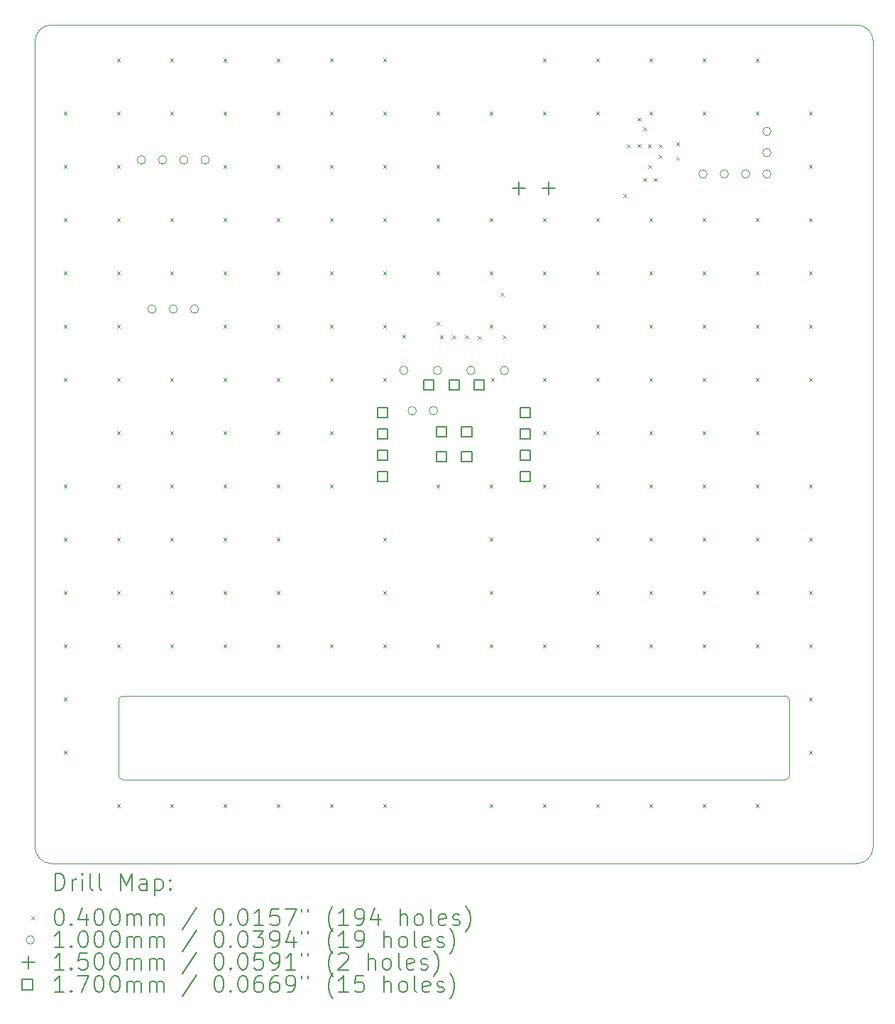
<source format=gbr>
%TF.GenerationSoftware,KiCad,Pcbnew,7.0.2-6a45011f42~172~ubuntu22.04.1*%
%TF.CreationDate,2023-05-30T13:10:41+12:00*%
%TF.ProjectId,THE_BRAWN-20A_LOGIC_FIXTURE,5448455f-4252-4415-974e-2d3230415f4c,v1.0*%
%TF.SameCoordinates,Original*%
%TF.FileFunction,Drillmap*%
%TF.FilePolarity,Positive*%
%FSLAX45Y45*%
G04 Gerber Fmt 4.5, Leading zero omitted, Abs format (unit mm)*
G04 Created by KiCad (PCBNEW 7.0.2-6a45011f42~172~ubuntu22.04.1) date 2023-05-30 13:10:41*
%MOMM*%
%LPD*%
G01*
G04 APERTURE LIST*
%ADD10C,0.100000*%
%ADD11C,0.200000*%
%ADD12C,0.040000*%
%ADD13C,0.150000*%
%ADD14C,0.170000*%
G04 APERTURE END LIST*
D10*
X17200000Y-19000000D02*
X26800000Y-19000000D01*
X18050000Y-18000000D02*
X25950000Y-18000000D01*
X26800000Y-9000000D02*
X17200000Y-9000000D01*
X27000000Y-9200000D02*
G75*
G03*
X26800000Y-9000000I-200000J0D01*
G01*
X17000000Y-18800000D02*
G75*
G03*
X17200000Y-19000000I200000J0D01*
G01*
X18000000Y-17950000D02*
G75*
G03*
X18050000Y-18000000I50000J0D01*
G01*
X27000000Y-18800000D02*
X27000000Y-9200000D01*
X26000000Y-17050000D02*
G75*
G03*
X25950000Y-17000000I-50000J0D01*
G01*
X26800000Y-19000000D02*
G75*
G03*
X27000000Y-18800000I0J200000D01*
G01*
X18050000Y-17000000D02*
X25950000Y-17000000D01*
X18000000Y-17050000D02*
X18000000Y-17950000D01*
X25950000Y-18000000D02*
G75*
G03*
X26000000Y-17950000I0J50000D01*
G01*
X26000000Y-17050000D02*
X26000000Y-17950000D01*
X17200000Y-9000000D02*
G75*
G03*
X17000000Y-9200000I0J-200000D01*
G01*
X18050000Y-17000000D02*
G75*
G03*
X18000000Y-17050000I0J-50000D01*
G01*
X17000000Y-9200000D02*
X17000000Y-18800000D01*
D11*
D12*
X17341525Y-10031487D02*
X17381525Y-10071487D01*
X17381525Y-10031487D02*
X17341525Y-10071487D01*
X17341525Y-10666487D02*
X17381525Y-10706487D01*
X17381525Y-10666487D02*
X17341525Y-10706487D01*
X17341525Y-11301487D02*
X17381525Y-11341487D01*
X17381525Y-11301487D02*
X17341525Y-11341487D01*
X17341525Y-11936487D02*
X17381525Y-11976487D01*
X17381525Y-11936487D02*
X17341525Y-11976487D01*
X17341525Y-12571487D02*
X17381525Y-12611487D01*
X17381525Y-12571487D02*
X17341525Y-12611487D01*
X17341525Y-13206487D02*
X17381525Y-13246487D01*
X17381525Y-13206487D02*
X17341525Y-13246487D01*
X17341525Y-14476487D02*
X17381525Y-14516487D01*
X17381525Y-14476487D02*
X17341525Y-14516487D01*
X17341525Y-15111487D02*
X17381525Y-15151487D01*
X17381525Y-15111487D02*
X17341525Y-15151487D01*
X17341525Y-15746487D02*
X17381525Y-15786487D01*
X17381525Y-15746487D02*
X17341525Y-15786487D01*
X17341525Y-16381487D02*
X17381525Y-16421487D01*
X17381525Y-16381487D02*
X17341525Y-16421487D01*
X17341525Y-17016487D02*
X17381525Y-17056487D01*
X17381525Y-17016487D02*
X17341525Y-17056487D01*
X17341525Y-17651487D02*
X17381525Y-17691487D01*
X17381525Y-17651487D02*
X17341525Y-17691487D01*
X17976525Y-9396487D02*
X18016525Y-9436487D01*
X18016525Y-9396487D02*
X17976525Y-9436487D01*
X17976525Y-10031487D02*
X18016525Y-10071487D01*
X18016525Y-10031487D02*
X17976525Y-10071487D01*
X17976525Y-10666487D02*
X18016525Y-10706487D01*
X18016525Y-10666487D02*
X17976525Y-10706487D01*
X17976525Y-11301487D02*
X18016525Y-11341487D01*
X18016525Y-11301487D02*
X17976525Y-11341487D01*
X17976525Y-11936487D02*
X18016525Y-11976487D01*
X18016525Y-11936487D02*
X17976525Y-11976487D01*
X17976525Y-12571487D02*
X18016525Y-12611487D01*
X18016525Y-12571487D02*
X17976525Y-12611487D01*
X17976525Y-13206487D02*
X18016525Y-13246487D01*
X18016525Y-13206487D02*
X17976525Y-13246487D01*
X17976525Y-13841487D02*
X18016525Y-13881487D01*
X18016525Y-13841487D02*
X17976525Y-13881487D01*
X17976525Y-14476487D02*
X18016525Y-14516487D01*
X18016525Y-14476487D02*
X17976525Y-14516487D01*
X17976525Y-15111487D02*
X18016525Y-15151487D01*
X18016525Y-15111487D02*
X17976525Y-15151487D01*
X17976525Y-15746487D02*
X18016525Y-15786487D01*
X18016525Y-15746487D02*
X17976525Y-15786487D01*
X17976525Y-16381487D02*
X18016525Y-16421487D01*
X18016525Y-16381487D02*
X17976525Y-16421487D01*
X17976525Y-18286487D02*
X18016525Y-18326487D01*
X18016525Y-18286487D02*
X17976525Y-18326487D01*
X18611525Y-9396487D02*
X18651525Y-9436487D01*
X18651525Y-9396487D02*
X18611525Y-9436487D01*
X18611525Y-10031487D02*
X18651525Y-10071487D01*
X18651525Y-10031487D02*
X18611525Y-10071487D01*
X18611525Y-10031487D02*
X18651525Y-10071487D01*
X18651525Y-10031487D02*
X18611525Y-10071487D01*
X18611525Y-11301487D02*
X18651525Y-11341487D01*
X18651525Y-11301487D02*
X18611525Y-11341487D01*
X18611525Y-11301487D02*
X18651525Y-11341487D01*
X18651525Y-11301487D02*
X18611525Y-11341487D01*
X18611525Y-11936487D02*
X18651525Y-11976487D01*
X18651525Y-11936487D02*
X18611525Y-11976487D01*
X18611525Y-11936487D02*
X18651525Y-11976487D01*
X18651525Y-11936487D02*
X18611525Y-11976487D01*
X18611525Y-13206487D02*
X18651525Y-13246487D01*
X18651525Y-13206487D02*
X18611525Y-13246487D01*
X18611525Y-13841487D02*
X18651525Y-13881487D01*
X18651525Y-13841487D02*
X18611525Y-13881487D01*
X18611525Y-14476487D02*
X18651525Y-14516487D01*
X18651525Y-14476487D02*
X18611525Y-14516487D01*
X18611525Y-15111487D02*
X18651525Y-15151487D01*
X18651525Y-15111487D02*
X18611525Y-15151487D01*
X18611525Y-15746487D02*
X18651525Y-15786487D01*
X18651525Y-15746487D02*
X18611525Y-15786487D01*
X18611525Y-16381487D02*
X18651525Y-16421487D01*
X18651525Y-16381487D02*
X18611525Y-16421487D01*
X18611525Y-18286487D02*
X18651525Y-18326487D01*
X18651525Y-18286487D02*
X18611525Y-18326487D01*
X19246525Y-9396487D02*
X19286525Y-9436487D01*
X19286525Y-9396487D02*
X19246525Y-9436487D01*
X19246525Y-10031487D02*
X19286525Y-10071487D01*
X19286525Y-10031487D02*
X19246525Y-10071487D01*
X19246525Y-10666487D02*
X19286525Y-10706487D01*
X19286525Y-10666487D02*
X19246525Y-10706487D01*
X19246525Y-11301487D02*
X19286525Y-11341487D01*
X19286525Y-11301487D02*
X19246525Y-11341487D01*
X19246525Y-11936487D02*
X19286525Y-11976487D01*
X19286525Y-11936487D02*
X19246525Y-11976487D01*
X19246525Y-12571487D02*
X19286525Y-12611487D01*
X19286525Y-12571487D02*
X19246525Y-12611487D01*
X19246525Y-13206487D02*
X19286525Y-13246487D01*
X19286525Y-13206487D02*
X19246525Y-13246487D01*
X19246525Y-13841487D02*
X19286525Y-13881487D01*
X19286525Y-13841487D02*
X19246525Y-13881487D01*
X19246525Y-14476487D02*
X19286525Y-14516487D01*
X19286525Y-14476487D02*
X19246525Y-14516487D01*
X19246525Y-15111487D02*
X19286525Y-15151487D01*
X19286525Y-15111487D02*
X19246525Y-15151487D01*
X19246525Y-15746487D02*
X19286525Y-15786487D01*
X19286525Y-15746487D02*
X19246525Y-15786487D01*
X19246525Y-16381487D02*
X19286525Y-16421487D01*
X19286525Y-16381487D02*
X19246525Y-16421487D01*
X19246525Y-18286487D02*
X19286525Y-18326487D01*
X19286525Y-18286487D02*
X19246525Y-18326487D01*
X19881525Y-9396487D02*
X19921525Y-9436487D01*
X19921525Y-9396487D02*
X19881525Y-9436487D01*
X19881525Y-10031487D02*
X19921525Y-10071487D01*
X19921525Y-10031487D02*
X19881525Y-10071487D01*
X19881525Y-10666487D02*
X19921525Y-10706487D01*
X19921525Y-10666487D02*
X19881525Y-10706487D01*
X19881525Y-11301487D02*
X19921525Y-11341487D01*
X19921525Y-11301487D02*
X19881525Y-11341487D01*
X19881525Y-11936487D02*
X19921525Y-11976487D01*
X19921525Y-11936487D02*
X19881525Y-11976487D01*
X19881525Y-12571487D02*
X19921525Y-12611487D01*
X19921525Y-12571487D02*
X19881525Y-12611487D01*
X19881525Y-13206487D02*
X19921525Y-13246487D01*
X19921525Y-13206487D02*
X19881525Y-13246487D01*
X19881525Y-13841487D02*
X19921525Y-13881487D01*
X19921525Y-13841487D02*
X19881525Y-13881487D01*
X19881525Y-14476487D02*
X19921525Y-14516487D01*
X19921525Y-14476487D02*
X19881525Y-14516487D01*
X19881525Y-15111487D02*
X19921525Y-15151487D01*
X19921525Y-15111487D02*
X19881525Y-15151487D01*
X19881525Y-15746487D02*
X19921525Y-15786487D01*
X19921525Y-15746487D02*
X19881525Y-15786487D01*
X19881525Y-16381487D02*
X19921525Y-16421487D01*
X19921525Y-16381487D02*
X19881525Y-16421487D01*
X19881525Y-18286487D02*
X19921525Y-18326487D01*
X19921525Y-18286487D02*
X19881525Y-18326487D01*
X20516525Y-9396487D02*
X20556525Y-9436487D01*
X20556525Y-9396487D02*
X20516525Y-9436487D01*
X20516525Y-10031487D02*
X20556525Y-10071487D01*
X20556525Y-10031487D02*
X20516525Y-10071487D01*
X20516525Y-10666487D02*
X20556525Y-10706487D01*
X20556525Y-10666487D02*
X20516525Y-10706487D01*
X20516525Y-11301487D02*
X20556525Y-11341487D01*
X20556525Y-11301487D02*
X20516525Y-11341487D01*
X20516525Y-11936487D02*
X20556525Y-11976487D01*
X20556525Y-11936487D02*
X20516525Y-11976487D01*
X20516525Y-12571487D02*
X20556525Y-12611487D01*
X20556525Y-12571487D02*
X20516525Y-12611487D01*
X20516525Y-13206487D02*
X20556525Y-13246487D01*
X20556525Y-13206487D02*
X20516525Y-13246487D01*
X20516525Y-13841487D02*
X20556525Y-13881487D01*
X20556525Y-13841487D02*
X20516525Y-13881487D01*
X20516525Y-14476487D02*
X20556525Y-14516487D01*
X20556525Y-14476487D02*
X20516525Y-14516487D01*
X20516525Y-16381487D02*
X20556525Y-16421487D01*
X20556525Y-16381487D02*
X20516525Y-16421487D01*
X20516525Y-18286487D02*
X20556525Y-18326487D01*
X20556525Y-18286487D02*
X20516525Y-18326487D01*
X21151525Y-9396487D02*
X21191525Y-9436487D01*
X21191525Y-9396487D02*
X21151525Y-9436487D01*
X21151525Y-10031487D02*
X21191525Y-10071487D01*
X21191525Y-10031487D02*
X21151525Y-10071487D01*
X21151525Y-10666487D02*
X21191525Y-10706487D01*
X21191525Y-10666487D02*
X21151525Y-10706487D01*
X21151525Y-11301487D02*
X21191525Y-11341487D01*
X21191525Y-11301487D02*
X21151525Y-11341487D01*
X21151525Y-11936487D02*
X21191525Y-11976487D01*
X21191525Y-11936487D02*
X21151525Y-11976487D01*
X21151525Y-12571487D02*
X21191525Y-12611487D01*
X21191525Y-12571487D02*
X21151525Y-12611487D01*
X21151525Y-13206487D02*
X21191525Y-13246487D01*
X21191525Y-13206487D02*
X21151525Y-13246487D01*
X21151525Y-15111487D02*
X21191525Y-15151487D01*
X21191525Y-15111487D02*
X21151525Y-15151487D01*
X21151525Y-15746487D02*
X21191525Y-15786487D01*
X21191525Y-15746487D02*
X21151525Y-15786487D01*
X21151525Y-16381487D02*
X21191525Y-16421487D01*
X21191525Y-16381487D02*
X21151525Y-16421487D01*
X21151525Y-18286487D02*
X21191525Y-18326487D01*
X21191525Y-18286487D02*
X21151525Y-18326487D01*
X21380000Y-12695000D02*
X21420000Y-12735000D01*
X21420000Y-12695000D02*
X21380000Y-12735000D01*
X21786525Y-10031487D02*
X21826525Y-10071487D01*
X21826525Y-10031487D02*
X21786525Y-10071487D01*
X21786525Y-10666487D02*
X21826525Y-10706487D01*
X21826525Y-10666487D02*
X21786525Y-10706487D01*
X21786525Y-11301487D02*
X21826525Y-11341487D01*
X21826525Y-11301487D02*
X21786525Y-11341487D01*
X21786525Y-11936487D02*
X21826525Y-11976487D01*
X21826525Y-11936487D02*
X21786525Y-11976487D01*
X21786525Y-14476487D02*
X21826525Y-14516487D01*
X21826525Y-14476487D02*
X21786525Y-14516487D01*
X21786525Y-16381487D02*
X21826525Y-16421487D01*
X21826525Y-16381487D02*
X21786525Y-16421487D01*
X21792290Y-12542290D02*
X21832290Y-12582290D01*
X21832290Y-12542290D02*
X21792290Y-12582290D01*
X21830000Y-12702500D02*
X21870000Y-12742500D01*
X21870000Y-12702500D02*
X21830000Y-12742500D01*
X21980000Y-12702500D02*
X22020000Y-12742500D01*
X22020000Y-12702500D02*
X21980000Y-12742500D01*
X22130000Y-12702500D02*
X22170000Y-12742500D01*
X22170000Y-12702500D02*
X22130000Y-12742500D01*
X22280000Y-12707500D02*
X22320000Y-12747500D01*
X22320000Y-12707500D02*
X22280000Y-12747500D01*
X22421525Y-10031487D02*
X22461525Y-10071487D01*
X22461525Y-10031487D02*
X22421525Y-10071487D01*
X22421525Y-11301487D02*
X22461525Y-11341487D01*
X22461525Y-11301487D02*
X22421525Y-11341487D01*
X22421525Y-11936487D02*
X22461525Y-11976487D01*
X22461525Y-11936487D02*
X22421525Y-11976487D01*
X22421525Y-12571487D02*
X22461525Y-12611487D01*
X22461525Y-12571487D02*
X22421525Y-12611487D01*
X22421525Y-14476487D02*
X22461525Y-14516487D01*
X22461525Y-14476487D02*
X22421525Y-14516487D01*
X22421525Y-15111487D02*
X22461525Y-15151487D01*
X22461525Y-15111487D02*
X22421525Y-15151487D01*
X22421525Y-15746487D02*
X22461525Y-15786487D01*
X22461525Y-15746487D02*
X22421525Y-15786487D01*
X22421525Y-16381487D02*
X22461525Y-16421487D01*
X22461525Y-16381487D02*
X22421525Y-16421487D01*
X22421525Y-18286487D02*
X22461525Y-18326487D01*
X22461525Y-18286487D02*
X22421525Y-18326487D01*
X22438490Y-13208649D02*
X22478490Y-13248649D01*
X22478490Y-13208649D02*
X22438490Y-13248649D01*
X22555000Y-12195000D02*
X22595000Y-12235000D01*
X22595000Y-12195000D02*
X22555000Y-12235000D01*
X22580000Y-12702500D02*
X22620000Y-12742500D01*
X22620000Y-12702500D02*
X22580000Y-12742500D01*
X23056525Y-9396487D02*
X23096525Y-9436487D01*
X23096525Y-9396487D02*
X23056525Y-9436487D01*
X23056525Y-10031487D02*
X23096525Y-10071487D01*
X23096525Y-10031487D02*
X23056525Y-10071487D01*
X23056525Y-11301487D02*
X23096525Y-11341487D01*
X23096525Y-11301487D02*
X23056525Y-11341487D01*
X23056525Y-11936487D02*
X23096525Y-11976487D01*
X23096525Y-11936487D02*
X23056525Y-11976487D01*
X23056525Y-12571487D02*
X23096525Y-12611487D01*
X23096525Y-12571487D02*
X23056525Y-12611487D01*
X23056525Y-13206487D02*
X23096525Y-13246487D01*
X23096525Y-13206487D02*
X23056525Y-13246487D01*
X23056525Y-13841487D02*
X23096525Y-13881487D01*
X23096525Y-13841487D02*
X23056525Y-13881487D01*
X23056525Y-14476487D02*
X23096525Y-14516487D01*
X23096525Y-14476487D02*
X23056525Y-14516487D01*
X23056525Y-16381487D02*
X23096525Y-16421487D01*
X23096525Y-16381487D02*
X23056525Y-16421487D01*
X23056525Y-18286487D02*
X23096525Y-18326487D01*
X23096525Y-18286487D02*
X23056525Y-18326487D01*
X23691525Y-9396487D02*
X23731525Y-9436487D01*
X23731525Y-9396487D02*
X23691525Y-9436487D01*
X23691525Y-10031487D02*
X23731525Y-10071487D01*
X23731525Y-10031487D02*
X23691525Y-10071487D01*
X23691525Y-11301487D02*
X23731525Y-11341487D01*
X23731525Y-11301487D02*
X23691525Y-11341487D01*
X23691525Y-11936487D02*
X23731525Y-11976487D01*
X23731525Y-11936487D02*
X23691525Y-11976487D01*
X23691525Y-12571487D02*
X23731525Y-12611487D01*
X23731525Y-12571487D02*
X23691525Y-12611487D01*
X23691525Y-13206487D02*
X23731525Y-13246487D01*
X23731525Y-13206487D02*
X23691525Y-13246487D01*
X23691525Y-13841487D02*
X23731525Y-13881487D01*
X23731525Y-13841487D02*
X23691525Y-13881487D01*
X23691525Y-14476487D02*
X23731525Y-14516487D01*
X23731525Y-14476487D02*
X23691525Y-14516487D01*
X23691525Y-15111487D02*
X23731525Y-15151487D01*
X23731525Y-15111487D02*
X23691525Y-15151487D01*
X23691525Y-15746487D02*
X23731525Y-15786487D01*
X23731525Y-15746487D02*
X23691525Y-15786487D01*
X23691525Y-16381487D02*
X23731525Y-16421487D01*
X23731525Y-16381487D02*
X23691525Y-16421487D01*
X23691525Y-18286487D02*
X23731525Y-18326487D01*
X23731525Y-18286487D02*
X23691525Y-18326487D01*
X24020000Y-11013162D02*
X24060000Y-11053162D01*
X24060000Y-11013162D02*
X24020000Y-11053162D01*
X24057500Y-10422500D02*
X24097500Y-10462500D01*
X24097500Y-10422500D02*
X24057500Y-10462500D01*
X24185000Y-10420000D02*
X24225000Y-10460000D01*
X24225000Y-10420000D02*
X24185000Y-10460000D01*
X24188245Y-10105000D02*
X24228245Y-10145000D01*
X24228245Y-10105000D02*
X24188245Y-10145000D01*
X24257500Y-10825000D02*
X24297500Y-10865000D01*
X24297500Y-10825000D02*
X24257500Y-10865000D01*
X24258195Y-10222500D02*
X24298195Y-10262500D01*
X24298195Y-10222500D02*
X24258195Y-10262500D01*
X24310000Y-10422500D02*
X24350000Y-10462500D01*
X24350000Y-10422500D02*
X24310000Y-10462500D01*
X24317500Y-10667500D02*
X24357500Y-10707500D01*
X24357500Y-10667500D02*
X24317500Y-10707500D01*
X24326525Y-9396487D02*
X24366525Y-9436487D01*
X24366525Y-9396487D02*
X24326525Y-9436487D01*
X24326525Y-10031487D02*
X24366525Y-10071487D01*
X24366525Y-10031487D02*
X24326525Y-10071487D01*
X24326525Y-11301487D02*
X24366525Y-11341487D01*
X24366525Y-11301487D02*
X24326525Y-11341487D01*
X24326525Y-11936487D02*
X24366525Y-11976487D01*
X24366525Y-11936487D02*
X24326525Y-11976487D01*
X24326525Y-12571487D02*
X24366525Y-12611487D01*
X24366525Y-12571487D02*
X24326525Y-12611487D01*
X24326525Y-13206487D02*
X24366525Y-13246487D01*
X24366525Y-13206487D02*
X24326525Y-13246487D01*
X24326525Y-13841487D02*
X24366525Y-13881487D01*
X24366525Y-13841487D02*
X24326525Y-13881487D01*
X24326525Y-14476487D02*
X24366525Y-14516487D01*
X24366525Y-14476487D02*
X24326525Y-14516487D01*
X24326525Y-15111487D02*
X24366525Y-15151487D01*
X24366525Y-15111487D02*
X24326525Y-15151487D01*
X24326525Y-15746487D02*
X24366525Y-15786487D01*
X24366525Y-15746487D02*
X24326525Y-15786487D01*
X24326525Y-16381487D02*
X24366525Y-16421487D01*
X24366525Y-16381487D02*
X24326525Y-16421487D01*
X24326525Y-18286487D02*
X24366525Y-18326487D01*
X24366525Y-18286487D02*
X24326525Y-18326487D01*
X24380000Y-10825000D02*
X24420000Y-10865000D01*
X24420000Y-10825000D02*
X24380000Y-10865000D01*
X24439000Y-10421500D02*
X24479000Y-10461500D01*
X24479000Y-10421500D02*
X24439000Y-10461500D01*
X24439000Y-10548500D02*
X24479000Y-10588500D01*
X24479000Y-10548500D02*
X24439000Y-10588500D01*
X24649795Y-10400000D02*
X24689795Y-10440000D01*
X24689795Y-10400000D02*
X24649795Y-10440000D01*
X24649795Y-10572500D02*
X24689795Y-10612500D01*
X24689795Y-10572500D02*
X24649795Y-10612500D01*
X24961525Y-9396487D02*
X25001525Y-9436487D01*
X25001525Y-9396487D02*
X24961525Y-9436487D01*
X24961525Y-10031487D02*
X25001525Y-10071487D01*
X25001525Y-10031487D02*
X24961525Y-10071487D01*
X24961525Y-11301487D02*
X25001525Y-11341487D01*
X25001525Y-11301487D02*
X24961525Y-11341487D01*
X24961525Y-11936487D02*
X25001525Y-11976487D01*
X25001525Y-11936487D02*
X24961525Y-11976487D01*
X24961525Y-12571487D02*
X25001525Y-12611487D01*
X25001525Y-12571487D02*
X24961525Y-12611487D01*
X24961525Y-13206487D02*
X25001525Y-13246487D01*
X25001525Y-13206487D02*
X24961525Y-13246487D01*
X24961525Y-13841487D02*
X25001525Y-13881487D01*
X25001525Y-13841487D02*
X24961525Y-13881487D01*
X24961525Y-14476487D02*
X25001525Y-14516487D01*
X25001525Y-14476487D02*
X24961525Y-14516487D01*
X24961525Y-15111487D02*
X25001525Y-15151487D01*
X25001525Y-15111487D02*
X24961525Y-15151487D01*
X24961525Y-15746487D02*
X25001525Y-15786487D01*
X25001525Y-15746487D02*
X24961525Y-15786487D01*
X24961525Y-16381487D02*
X25001525Y-16421487D01*
X25001525Y-16381487D02*
X24961525Y-16421487D01*
X24961525Y-18286487D02*
X25001525Y-18326487D01*
X25001525Y-18286487D02*
X24961525Y-18326487D01*
X25596525Y-9396487D02*
X25636525Y-9436487D01*
X25636525Y-9396487D02*
X25596525Y-9436487D01*
X25596525Y-10031487D02*
X25636525Y-10071487D01*
X25636525Y-10031487D02*
X25596525Y-10071487D01*
X25596525Y-11301487D02*
X25636525Y-11341487D01*
X25636525Y-11301487D02*
X25596525Y-11341487D01*
X25596525Y-11936487D02*
X25636525Y-11976487D01*
X25636525Y-11936487D02*
X25596525Y-11976487D01*
X25596525Y-12571487D02*
X25636525Y-12611487D01*
X25636525Y-12571487D02*
X25596525Y-12611487D01*
X25596525Y-13206487D02*
X25636525Y-13246487D01*
X25636525Y-13206487D02*
X25596525Y-13246487D01*
X25596525Y-13841487D02*
X25636525Y-13881487D01*
X25636525Y-13841487D02*
X25596525Y-13881487D01*
X25596525Y-14476487D02*
X25636525Y-14516487D01*
X25636525Y-14476487D02*
X25596525Y-14516487D01*
X25596525Y-15111487D02*
X25636525Y-15151487D01*
X25636525Y-15111487D02*
X25596525Y-15151487D01*
X25596525Y-15746487D02*
X25636525Y-15786487D01*
X25636525Y-15746487D02*
X25596525Y-15786487D01*
X25596525Y-16381487D02*
X25636525Y-16421487D01*
X25636525Y-16381487D02*
X25596525Y-16421487D01*
X25596525Y-18286487D02*
X25636525Y-18326487D01*
X25636525Y-18286487D02*
X25596525Y-18326487D01*
X26231525Y-10031487D02*
X26271525Y-10071487D01*
X26271525Y-10031487D02*
X26231525Y-10071487D01*
X26231525Y-10666487D02*
X26271525Y-10706487D01*
X26271525Y-10666487D02*
X26231525Y-10706487D01*
X26231525Y-11301487D02*
X26271525Y-11341487D01*
X26271525Y-11301487D02*
X26231525Y-11341487D01*
X26231525Y-11936487D02*
X26271525Y-11976487D01*
X26271525Y-11936487D02*
X26231525Y-11976487D01*
X26231525Y-12571487D02*
X26271525Y-12611487D01*
X26271525Y-12571487D02*
X26231525Y-12611487D01*
X26231525Y-13206487D02*
X26271525Y-13246487D01*
X26271525Y-13206487D02*
X26231525Y-13246487D01*
X26231525Y-14476487D02*
X26271525Y-14516487D01*
X26271525Y-14476487D02*
X26231525Y-14516487D01*
X26231525Y-15111487D02*
X26271525Y-15151487D01*
X26271525Y-15111487D02*
X26231525Y-15151487D01*
X26231525Y-15746487D02*
X26271525Y-15786487D01*
X26271525Y-15746487D02*
X26231525Y-15786487D01*
X26231525Y-16381487D02*
X26271525Y-16421487D01*
X26271525Y-16381487D02*
X26231525Y-16421487D01*
X26231525Y-17016487D02*
X26271525Y-17056487D01*
X26271525Y-17016487D02*
X26231525Y-17056487D01*
X26231525Y-17651487D02*
X26271525Y-17691487D01*
X26271525Y-17651487D02*
X26231525Y-17691487D01*
D10*
X18319000Y-10611000D02*
G75*
G03*
X18319000Y-10611000I-50000J0D01*
G01*
X18446000Y-12389000D02*
G75*
G03*
X18446000Y-12389000I-50000J0D01*
G01*
X18573000Y-10611000D02*
G75*
G03*
X18573000Y-10611000I-50000J0D01*
G01*
X18700000Y-12389000D02*
G75*
G03*
X18700000Y-12389000I-50000J0D01*
G01*
X18827000Y-10611000D02*
G75*
G03*
X18827000Y-10611000I-50000J0D01*
G01*
X18954000Y-12389000D02*
G75*
G03*
X18954000Y-12389000I-50000J0D01*
G01*
X19081000Y-10611000D02*
G75*
G03*
X19081000Y-10611000I-50000J0D01*
G01*
X21450000Y-13120000D02*
G75*
G03*
X21450000Y-13120000I-50000J0D01*
G01*
X21550000Y-13600000D02*
G75*
G03*
X21550000Y-13600000I-50000J0D01*
G01*
X21804000Y-13600000D02*
G75*
G03*
X21804000Y-13600000I-50000J0D01*
G01*
X21850000Y-13120000D02*
G75*
G03*
X21850000Y-13120000I-50000J0D01*
G01*
X22250000Y-13120000D02*
G75*
G03*
X22250000Y-13120000I-50000J0D01*
G01*
X22650000Y-13120000D02*
G75*
G03*
X22650000Y-13120000I-50000J0D01*
G01*
X25019000Y-10776950D02*
G75*
G03*
X25019000Y-10776950I-50000J0D01*
G01*
X25273000Y-10776950D02*
G75*
G03*
X25273000Y-10776950I-50000J0D01*
G01*
X25527000Y-10776950D02*
G75*
G03*
X25527000Y-10776950I-50000J0D01*
G01*
X25781000Y-10268950D02*
G75*
G03*
X25781000Y-10268950I-50000J0D01*
G01*
X25781000Y-10522950D02*
G75*
G03*
X25781000Y-10522950I-50000J0D01*
G01*
X25781000Y-10776950D02*
G75*
G03*
X25781000Y-10776950I-50000J0D01*
G01*
D13*
X22775000Y-10875000D02*
X22775000Y-11025000D01*
X22700000Y-10950000D02*
X22850000Y-10950000D01*
X23125000Y-10875000D02*
X23125000Y-11025000D01*
X23050000Y-10950000D02*
X23200000Y-10950000D01*
D14*
X21210105Y-13680105D02*
X21210105Y-13559895D01*
X21089895Y-13559895D01*
X21089895Y-13680105D01*
X21210105Y-13680105D01*
X21210105Y-13934105D02*
X21210105Y-13813895D01*
X21089895Y-13813895D01*
X21089895Y-13934105D01*
X21210105Y-13934105D01*
X21210105Y-14188105D02*
X21210105Y-14067895D01*
X21089895Y-14067895D01*
X21089895Y-14188105D01*
X21210105Y-14188105D01*
X21210105Y-14442105D02*
X21210105Y-14321895D01*
X21089895Y-14321895D01*
X21089895Y-14442105D01*
X21210105Y-14442105D01*
X21760105Y-13350105D02*
X21760105Y-13229895D01*
X21639895Y-13229895D01*
X21639895Y-13350105D01*
X21760105Y-13350105D01*
X21910105Y-13910105D02*
X21910105Y-13789895D01*
X21789895Y-13789895D01*
X21789895Y-13910105D01*
X21910105Y-13910105D01*
X21910105Y-14210105D02*
X21910105Y-14089895D01*
X21789895Y-14089895D01*
X21789895Y-14210105D01*
X21910105Y-14210105D01*
X22060105Y-13350105D02*
X22060105Y-13229895D01*
X21939895Y-13229895D01*
X21939895Y-13350105D01*
X22060105Y-13350105D01*
X22210105Y-13910105D02*
X22210105Y-13789895D01*
X22089895Y-13789895D01*
X22089895Y-13910105D01*
X22210105Y-13910105D01*
X22210105Y-14210105D02*
X22210105Y-14089895D01*
X22089895Y-14089895D01*
X22089895Y-14210105D01*
X22210105Y-14210105D01*
X22360105Y-13350105D02*
X22360105Y-13229895D01*
X22239895Y-13229895D01*
X22239895Y-13350105D01*
X22360105Y-13350105D01*
X22910105Y-13680105D02*
X22910105Y-13559895D01*
X22789895Y-13559895D01*
X22789895Y-13680105D01*
X22910105Y-13680105D01*
X22910105Y-13934105D02*
X22910105Y-13813895D01*
X22789895Y-13813895D01*
X22789895Y-13934105D01*
X22910105Y-13934105D01*
X22910105Y-14188105D02*
X22910105Y-14067895D01*
X22789895Y-14067895D01*
X22789895Y-14188105D01*
X22910105Y-14188105D01*
X22910105Y-14442105D02*
X22910105Y-14321895D01*
X22789895Y-14321895D01*
X22789895Y-14442105D01*
X22910105Y-14442105D01*
D11*
X17242619Y-19317524D02*
X17242619Y-19117524D01*
X17242619Y-19117524D02*
X17290238Y-19117524D01*
X17290238Y-19117524D02*
X17318810Y-19127048D01*
X17318810Y-19127048D02*
X17337857Y-19146095D01*
X17337857Y-19146095D02*
X17347381Y-19165143D01*
X17347381Y-19165143D02*
X17356905Y-19203238D01*
X17356905Y-19203238D02*
X17356905Y-19231810D01*
X17356905Y-19231810D02*
X17347381Y-19269905D01*
X17347381Y-19269905D02*
X17337857Y-19288952D01*
X17337857Y-19288952D02*
X17318810Y-19308000D01*
X17318810Y-19308000D02*
X17290238Y-19317524D01*
X17290238Y-19317524D02*
X17242619Y-19317524D01*
X17442619Y-19317524D02*
X17442619Y-19184190D01*
X17442619Y-19222286D02*
X17452143Y-19203238D01*
X17452143Y-19203238D02*
X17461667Y-19193714D01*
X17461667Y-19193714D02*
X17480714Y-19184190D01*
X17480714Y-19184190D02*
X17499762Y-19184190D01*
X17566429Y-19317524D02*
X17566429Y-19184190D01*
X17566429Y-19117524D02*
X17556905Y-19127048D01*
X17556905Y-19127048D02*
X17566429Y-19136571D01*
X17566429Y-19136571D02*
X17575952Y-19127048D01*
X17575952Y-19127048D02*
X17566429Y-19117524D01*
X17566429Y-19117524D02*
X17566429Y-19136571D01*
X17690238Y-19317524D02*
X17671190Y-19308000D01*
X17671190Y-19308000D02*
X17661667Y-19288952D01*
X17661667Y-19288952D02*
X17661667Y-19117524D01*
X17795000Y-19317524D02*
X17775952Y-19308000D01*
X17775952Y-19308000D02*
X17766429Y-19288952D01*
X17766429Y-19288952D02*
X17766429Y-19117524D01*
X18023571Y-19317524D02*
X18023571Y-19117524D01*
X18023571Y-19117524D02*
X18090238Y-19260381D01*
X18090238Y-19260381D02*
X18156905Y-19117524D01*
X18156905Y-19117524D02*
X18156905Y-19317524D01*
X18337857Y-19317524D02*
X18337857Y-19212762D01*
X18337857Y-19212762D02*
X18328333Y-19193714D01*
X18328333Y-19193714D02*
X18309286Y-19184190D01*
X18309286Y-19184190D02*
X18271190Y-19184190D01*
X18271190Y-19184190D02*
X18252143Y-19193714D01*
X18337857Y-19308000D02*
X18318810Y-19317524D01*
X18318810Y-19317524D02*
X18271190Y-19317524D01*
X18271190Y-19317524D02*
X18252143Y-19308000D01*
X18252143Y-19308000D02*
X18242619Y-19288952D01*
X18242619Y-19288952D02*
X18242619Y-19269905D01*
X18242619Y-19269905D02*
X18252143Y-19250857D01*
X18252143Y-19250857D02*
X18271190Y-19241333D01*
X18271190Y-19241333D02*
X18318810Y-19241333D01*
X18318810Y-19241333D02*
X18337857Y-19231810D01*
X18433095Y-19184190D02*
X18433095Y-19384190D01*
X18433095Y-19193714D02*
X18452143Y-19184190D01*
X18452143Y-19184190D02*
X18490238Y-19184190D01*
X18490238Y-19184190D02*
X18509286Y-19193714D01*
X18509286Y-19193714D02*
X18518810Y-19203238D01*
X18518810Y-19203238D02*
X18528333Y-19222286D01*
X18528333Y-19222286D02*
X18528333Y-19279429D01*
X18528333Y-19279429D02*
X18518810Y-19298476D01*
X18518810Y-19298476D02*
X18509286Y-19308000D01*
X18509286Y-19308000D02*
X18490238Y-19317524D01*
X18490238Y-19317524D02*
X18452143Y-19317524D01*
X18452143Y-19317524D02*
X18433095Y-19308000D01*
X18614048Y-19298476D02*
X18623571Y-19308000D01*
X18623571Y-19308000D02*
X18614048Y-19317524D01*
X18614048Y-19317524D02*
X18604524Y-19308000D01*
X18604524Y-19308000D02*
X18614048Y-19298476D01*
X18614048Y-19298476D02*
X18614048Y-19317524D01*
X18614048Y-19193714D02*
X18623571Y-19203238D01*
X18623571Y-19203238D02*
X18614048Y-19212762D01*
X18614048Y-19212762D02*
X18604524Y-19203238D01*
X18604524Y-19203238D02*
X18614048Y-19193714D01*
X18614048Y-19193714D02*
X18614048Y-19212762D01*
D12*
X16955000Y-19625000D02*
X16995000Y-19665000D01*
X16995000Y-19625000D02*
X16955000Y-19665000D01*
D11*
X17280714Y-19537524D02*
X17299762Y-19537524D01*
X17299762Y-19537524D02*
X17318810Y-19547048D01*
X17318810Y-19547048D02*
X17328333Y-19556571D01*
X17328333Y-19556571D02*
X17337857Y-19575619D01*
X17337857Y-19575619D02*
X17347381Y-19613714D01*
X17347381Y-19613714D02*
X17347381Y-19661333D01*
X17347381Y-19661333D02*
X17337857Y-19699429D01*
X17337857Y-19699429D02*
X17328333Y-19718476D01*
X17328333Y-19718476D02*
X17318810Y-19728000D01*
X17318810Y-19728000D02*
X17299762Y-19737524D01*
X17299762Y-19737524D02*
X17280714Y-19737524D01*
X17280714Y-19737524D02*
X17261667Y-19728000D01*
X17261667Y-19728000D02*
X17252143Y-19718476D01*
X17252143Y-19718476D02*
X17242619Y-19699429D01*
X17242619Y-19699429D02*
X17233095Y-19661333D01*
X17233095Y-19661333D02*
X17233095Y-19613714D01*
X17233095Y-19613714D02*
X17242619Y-19575619D01*
X17242619Y-19575619D02*
X17252143Y-19556571D01*
X17252143Y-19556571D02*
X17261667Y-19547048D01*
X17261667Y-19547048D02*
X17280714Y-19537524D01*
X17433095Y-19718476D02*
X17442619Y-19728000D01*
X17442619Y-19728000D02*
X17433095Y-19737524D01*
X17433095Y-19737524D02*
X17423571Y-19728000D01*
X17423571Y-19728000D02*
X17433095Y-19718476D01*
X17433095Y-19718476D02*
X17433095Y-19737524D01*
X17614048Y-19604190D02*
X17614048Y-19737524D01*
X17566429Y-19528000D02*
X17518810Y-19670857D01*
X17518810Y-19670857D02*
X17642619Y-19670857D01*
X17756905Y-19537524D02*
X17775952Y-19537524D01*
X17775952Y-19537524D02*
X17795000Y-19547048D01*
X17795000Y-19547048D02*
X17804524Y-19556571D01*
X17804524Y-19556571D02*
X17814048Y-19575619D01*
X17814048Y-19575619D02*
X17823571Y-19613714D01*
X17823571Y-19613714D02*
X17823571Y-19661333D01*
X17823571Y-19661333D02*
X17814048Y-19699429D01*
X17814048Y-19699429D02*
X17804524Y-19718476D01*
X17804524Y-19718476D02*
X17795000Y-19728000D01*
X17795000Y-19728000D02*
X17775952Y-19737524D01*
X17775952Y-19737524D02*
X17756905Y-19737524D01*
X17756905Y-19737524D02*
X17737857Y-19728000D01*
X17737857Y-19728000D02*
X17728333Y-19718476D01*
X17728333Y-19718476D02*
X17718810Y-19699429D01*
X17718810Y-19699429D02*
X17709286Y-19661333D01*
X17709286Y-19661333D02*
X17709286Y-19613714D01*
X17709286Y-19613714D02*
X17718810Y-19575619D01*
X17718810Y-19575619D02*
X17728333Y-19556571D01*
X17728333Y-19556571D02*
X17737857Y-19547048D01*
X17737857Y-19547048D02*
X17756905Y-19537524D01*
X17947381Y-19537524D02*
X17966429Y-19537524D01*
X17966429Y-19537524D02*
X17985476Y-19547048D01*
X17985476Y-19547048D02*
X17995000Y-19556571D01*
X17995000Y-19556571D02*
X18004524Y-19575619D01*
X18004524Y-19575619D02*
X18014048Y-19613714D01*
X18014048Y-19613714D02*
X18014048Y-19661333D01*
X18014048Y-19661333D02*
X18004524Y-19699429D01*
X18004524Y-19699429D02*
X17995000Y-19718476D01*
X17995000Y-19718476D02*
X17985476Y-19728000D01*
X17985476Y-19728000D02*
X17966429Y-19737524D01*
X17966429Y-19737524D02*
X17947381Y-19737524D01*
X17947381Y-19737524D02*
X17928333Y-19728000D01*
X17928333Y-19728000D02*
X17918810Y-19718476D01*
X17918810Y-19718476D02*
X17909286Y-19699429D01*
X17909286Y-19699429D02*
X17899762Y-19661333D01*
X17899762Y-19661333D02*
X17899762Y-19613714D01*
X17899762Y-19613714D02*
X17909286Y-19575619D01*
X17909286Y-19575619D02*
X17918810Y-19556571D01*
X17918810Y-19556571D02*
X17928333Y-19547048D01*
X17928333Y-19547048D02*
X17947381Y-19537524D01*
X18099762Y-19737524D02*
X18099762Y-19604190D01*
X18099762Y-19623238D02*
X18109286Y-19613714D01*
X18109286Y-19613714D02*
X18128333Y-19604190D01*
X18128333Y-19604190D02*
X18156905Y-19604190D01*
X18156905Y-19604190D02*
X18175952Y-19613714D01*
X18175952Y-19613714D02*
X18185476Y-19632762D01*
X18185476Y-19632762D02*
X18185476Y-19737524D01*
X18185476Y-19632762D02*
X18195000Y-19613714D01*
X18195000Y-19613714D02*
X18214048Y-19604190D01*
X18214048Y-19604190D02*
X18242619Y-19604190D01*
X18242619Y-19604190D02*
X18261667Y-19613714D01*
X18261667Y-19613714D02*
X18271191Y-19632762D01*
X18271191Y-19632762D02*
X18271191Y-19737524D01*
X18366429Y-19737524D02*
X18366429Y-19604190D01*
X18366429Y-19623238D02*
X18375952Y-19613714D01*
X18375952Y-19613714D02*
X18395000Y-19604190D01*
X18395000Y-19604190D02*
X18423572Y-19604190D01*
X18423572Y-19604190D02*
X18442619Y-19613714D01*
X18442619Y-19613714D02*
X18452143Y-19632762D01*
X18452143Y-19632762D02*
X18452143Y-19737524D01*
X18452143Y-19632762D02*
X18461667Y-19613714D01*
X18461667Y-19613714D02*
X18480714Y-19604190D01*
X18480714Y-19604190D02*
X18509286Y-19604190D01*
X18509286Y-19604190D02*
X18528333Y-19613714D01*
X18528333Y-19613714D02*
X18537857Y-19632762D01*
X18537857Y-19632762D02*
X18537857Y-19737524D01*
X18928333Y-19528000D02*
X18756905Y-19785143D01*
X19185476Y-19537524D02*
X19204524Y-19537524D01*
X19204524Y-19537524D02*
X19223572Y-19547048D01*
X19223572Y-19547048D02*
X19233095Y-19556571D01*
X19233095Y-19556571D02*
X19242619Y-19575619D01*
X19242619Y-19575619D02*
X19252143Y-19613714D01*
X19252143Y-19613714D02*
X19252143Y-19661333D01*
X19252143Y-19661333D02*
X19242619Y-19699429D01*
X19242619Y-19699429D02*
X19233095Y-19718476D01*
X19233095Y-19718476D02*
X19223572Y-19728000D01*
X19223572Y-19728000D02*
X19204524Y-19737524D01*
X19204524Y-19737524D02*
X19185476Y-19737524D01*
X19185476Y-19737524D02*
X19166429Y-19728000D01*
X19166429Y-19728000D02*
X19156905Y-19718476D01*
X19156905Y-19718476D02*
X19147381Y-19699429D01*
X19147381Y-19699429D02*
X19137857Y-19661333D01*
X19137857Y-19661333D02*
X19137857Y-19613714D01*
X19137857Y-19613714D02*
X19147381Y-19575619D01*
X19147381Y-19575619D02*
X19156905Y-19556571D01*
X19156905Y-19556571D02*
X19166429Y-19547048D01*
X19166429Y-19547048D02*
X19185476Y-19537524D01*
X19337857Y-19718476D02*
X19347381Y-19728000D01*
X19347381Y-19728000D02*
X19337857Y-19737524D01*
X19337857Y-19737524D02*
X19328334Y-19728000D01*
X19328334Y-19728000D02*
X19337857Y-19718476D01*
X19337857Y-19718476D02*
X19337857Y-19737524D01*
X19471191Y-19537524D02*
X19490238Y-19537524D01*
X19490238Y-19537524D02*
X19509286Y-19547048D01*
X19509286Y-19547048D02*
X19518810Y-19556571D01*
X19518810Y-19556571D02*
X19528334Y-19575619D01*
X19528334Y-19575619D02*
X19537857Y-19613714D01*
X19537857Y-19613714D02*
X19537857Y-19661333D01*
X19537857Y-19661333D02*
X19528334Y-19699429D01*
X19528334Y-19699429D02*
X19518810Y-19718476D01*
X19518810Y-19718476D02*
X19509286Y-19728000D01*
X19509286Y-19728000D02*
X19490238Y-19737524D01*
X19490238Y-19737524D02*
X19471191Y-19737524D01*
X19471191Y-19737524D02*
X19452143Y-19728000D01*
X19452143Y-19728000D02*
X19442619Y-19718476D01*
X19442619Y-19718476D02*
X19433095Y-19699429D01*
X19433095Y-19699429D02*
X19423572Y-19661333D01*
X19423572Y-19661333D02*
X19423572Y-19613714D01*
X19423572Y-19613714D02*
X19433095Y-19575619D01*
X19433095Y-19575619D02*
X19442619Y-19556571D01*
X19442619Y-19556571D02*
X19452143Y-19547048D01*
X19452143Y-19547048D02*
X19471191Y-19537524D01*
X19728334Y-19737524D02*
X19614048Y-19737524D01*
X19671191Y-19737524D02*
X19671191Y-19537524D01*
X19671191Y-19537524D02*
X19652143Y-19566095D01*
X19652143Y-19566095D02*
X19633095Y-19585143D01*
X19633095Y-19585143D02*
X19614048Y-19594667D01*
X19909286Y-19537524D02*
X19814048Y-19537524D01*
X19814048Y-19537524D02*
X19804524Y-19632762D01*
X19804524Y-19632762D02*
X19814048Y-19623238D01*
X19814048Y-19623238D02*
X19833095Y-19613714D01*
X19833095Y-19613714D02*
X19880715Y-19613714D01*
X19880715Y-19613714D02*
X19899762Y-19623238D01*
X19899762Y-19623238D02*
X19909286Y-19632762D01*
X19909286Y-19632762D02*
X19918810Y-19651810D01*
X19918810Y-19651810D02*
X19918810Y-19699429D01*
X19918810Y-19699429D02*
X19909286Y-19718476D01*
X19909286Y-19718476D02*
X19899762Y-19728000D01*
X19899762Y-19728000D02*
X19880715Y-19737524D01*
X19880715Y-19737524D02*
X19833095Y-19737524D01*
X19833095Y-19737524D02*
X19814048Y-19728000D01*
X19814048Y-19728000D02*
X19804524Y-19718476D01*
X19985476Y-19537524D02*
X20118810Y-19537524D01*
X20118810Y-19537524D02*
X20033095Y-19737524D01*
X20185476Y-19537524D02*
X20185476Y-19575619D01*
X20261667Y-19537524D02*
X20261667Y-19575619D01*
X20556905Y-19813714D02*
X20547381Y-19804190D01*
X20547381Y-19804190D02*
X20528334Y-19775619D01*
X20528334Y-19775619D02*
X20518810Y-19756571D01*
X20518810Y-19756571D02*
X20509286Y-19728000D01*
X20509286Y-19728000D02*
X20499762Y-19680381D01*
X20499762Y-19680381D02*
X20499762Y-19642286D01*
X20499762Y-19642286D02*
X20509286Y-19594667D01*
X20509286Y-19594667D02*
X20518810Y-19566095D01*
X20518810Y-19566095D02*
X20528334Y-19547048D01*
X20528334Y-19547048D02*
X20547381Y-19518476D01*
X20547381Y-19518476D02*
X20556905Y-19508952D01*
X20737857Y-19737524D02*
X20623572Y-19737524D01*
X20680715Y-19737524D02*
X20680715Y-19537524D01*
X20680715Y-19537524D02*
X20661667Y-19566095D01*
X20661667Y-19566095D02*
X20642619Y-19585143D01*
X20642619Y-19585143D02*
X20623572Y-19594667D01*
X20833096Y-19737524D02*
X20871191Y-19737524D01*
X20871191Y-19737524D02*
X20890238Y-19728000D01*
X20890238Y-19728000D02*
X20899762Y-19718476D01*
X20899762Y-19718476D02*
X20918810Y-19689905D01*
X20918810Y-19689905D02*
X20928334Y-19651810D01*
X20928334Y-19651810D02*
X20928334Y-19575619D01*
X20928334Y-19575619D02*
X20918810Y-19556571D01*
X20918810Y-19556571D02*
X20909286Y-19547048D01*
X20909286Y-19547048D02*
X20890238Y-19537524D01*
X20890238Y-19537524D02*
X20852143Y-19537524D01*
X20852143Y-19537524D02*
X20833096Y-19547048D01*
X20833096Y-19547048D02*
X20823572Y-19556571D01*
X20823572Y-19556571D02*
X20814048Y-19575619D01*
X20814048Y-19575619D02*
X20814048Y-19623238D01*
X20814048Y-19623238D02*
X20823572Y-19642286D01*
X20823572Y-19642286D02*
X20833096Y-19651810D01*
X20833096Y-19651810D02*
X20852143Y-19661333D01*
X20852143Y-19661333D02*
X20890238Y-19661333D01*
X20890238Y-19661333D02*
X20909286Y-19651810D01*
X20909286Y-19651810D02*
X20918810Y-19642286D01*
X20918810Y-19642286D02*
X20928334Y-19623238D01*
X21099762Y-19604190D02*
X21099762Y-19737524D01*
X21052143Y-19528000D02*
X21004524Y-19670857D01*
X21004524Y-19670857D02*
X21128334Y-19670857D01*
X21356905Y-19737524D02*
X21356905Y-19537524D01*
X21442619Y-19737524D02*
X21442619Y-19632762D01*
X21442619Y-19632762D02*
X21433096Y-19613714D01*
X21433096Y-19613714D02*
X21414048Y-19604190D01*
X21414048Y-19604190D02*
X21385477Y-19604190D01*
X21385477Y-19604190D02*
X21366429Y-19613714D01*
X21366429Y-19613714D02*
X21356905Y-19623238D01*
X21566429Y-19737524D02*
X21547381Y-19728000D01*
X21547381Y-19728000D02*
X21537858Y-19718476D01*
X21537858Y-19718476D02*
X21528334Y-19699429D01*
X21528334Y-19699429D02*
X21528334Y-19642286D01*
X21528334Y-19642286D02*
X21537858Y-19623238D01*
X21537858Y-19623238D02*
X21547381Y-19613714D01*
X21547381Y-19613714D02*
X21566429Y-19604190D01*
X21566429Y-19604190D02*
X21595000Y-19604190D01*
X21595000Y-19604190D02*
X21614048Y-19613714D01*
X21614048Y-19613714D02*
X21623572Y-19623238D01*
X21623572Y-19623238D02*
X21633096Y-19642286D01*
X21633096Y-19642286D02*
X21633096Y-19699429D01*
X21633096Y-19699429D02*
X21623572Y-19718476D01*
X21623572Y-19718476D02*
X21614048Y-19728000D01*
X21614048Y-19728000D02*
X21595000Y-19737524D01*
X21595000Y-19737524D02*
X21566429Y-19737524D01*
X21747381Y-19737524D02*
X21728334Y-19728000D01*
X21728334Y-19728000D02*
X21718810Y-19708952D01*
X21718810Y-19708952D02*
X21718810Y-19537524D01*
X21899762Y-19728000D02*
X21880715Y-19737524D01*
X21880715Y-19737524D02*
X21842619Y-19737524D01*
X21842619Y-19737524D02*
X21823572Y-19728000D01*
X21823572Y-19728000D02*
X21814048Y-19708952D01*
X21814048Y-19708952D02*
X21814048Y-19632762D01*
X21814048Y-19632762D02*
X21823572Y-19613714D01*
X21823572Y-19613714D02*
X21842619Y-19604190D01*
X21842619Y-19604190D02*
X21880715Y-19604190D01*
X21880715Y-19604190D02*
X21899762Y-19613714D01*
X21899762Y-19613714D02*
X21909286Y-19632762D01*
X21909286Y-19632762D02*
X21909286Y-19651810D01*
X21909286Y-19651810D02*
X21814048Y-19670857D01*
X21985477Y-19728000D02*
X22004524Y-19737524D01*
X22004524Y-19737524D02*
X22042619Y-19737524D01*
X22042619Y-19737524D02*
X22061667Y-19728000D01*
X22061667Y-19728000D02*
X22071191Y-19708952D01*
X22071191Y-19708952D02*
X22071191Y-19699429D01*
X22071191Y-19699429D02*
X22061667Y-19680381D01*
X22061667Y-19680381D02*
X22042619Y-19670857D01*
X22042619Y-19670857D02*
X22014048Y-19670857D01*
X22014048Y-19670857D02*
X21995000Y-19661333D01*
X21995000Y-19661333D02*
X21985477Y-19642286D01*
X21985477Y-19642286D02*
X21985477Y-19632762D01*
X21985477Y-19632762D02*
X21995000Y-19613714D01*
X21995000Y-19613714D02*
X22014048Y-19604190D01*
X22014048Y-19604190D02*
X22042619Y-19604190D01*
X22042619Y-19604190D02*
X22061667Y-19613714D01*
X22137858Y-19813714D02*
X22147381Y-19804190D01*
X22147381Y-19804190D02*
X22166429Y-19775619D01*
X22166429Y-19775619D02*
X22175953Y-19756571D01*
X22175953Y-19756571D02*
X22185477Y-19728000D01*
X22185477Y-19728000D02*
X22195000Y-19680381D01*
X22195000Y-19680381D02*
X22195000Y-19642286D01*
X22195000Y-19642286D02*
X22185477Y-19594667D01*
X22185477Y-19594667D02*
X22175953Y-19566095D01*
X22175953Y-19566095D02*
X22166429Y-19547048D01*
X22166429Y-19547048D02*
X22147381Y-19518476D01*
X22147381Y-19518476D02*
X22137858Y-19508952D01*
D10*
X16995000Y-19909000D02*
G75*
G03*
X16995000Y-19909000I-50000J0D01*
G01*
D11*
X17347381Y-20001524D02*
X17233095Y-20001524D01*
X17290238Y-20001524D02*
X17290238Y-19801524D01*
X17290238Y-19801524D02*
X17271190Y-19830095D01*
X17271190Y-19830095D02*
X17252143Y-19849143D01*
X17252143Y-19849143D02*
X17233095Y-19858667D01*
X17433095Y-19982476D02*
X17442619Y-19992000D01*
X17442619Y-19992000D02*
X17433095Y-20001524D01*
X17433095Y-20001524D02*
X17423571Y-19992000D01*
X17423571Y-19992000D02*
X17433095Y-19982476D01*
X17433095Y-19982476D02*
X17433095Y-20001524D01*
X17566429Y-19801524D02*
X17585476Y-19801524D01*
X17585476Y-19801524D02*
X17604524Y-19811048D01*
X17604524Y-19811048D02*
X17614048Y-19820571D01*
X17614048Y-19820571D02*
X17623571Y-19839619D01*
X17623571Y-19839619D02*
X17633095Y-19877714D01*
X17633095Y-19877714D02*
X17633095Y-19925333D01*
X17633095Y-19925333D02*
X17623571Y-19963429D01*
X17623571Y-19963429D02*
X17614048Y-19982476D01*
X17614048Y-19982476D02*
X17604524Y-19992000D01*
X17604524Y-19992000D02*
X17585476Y-20001524D01*
X17585476Y-20001524D02*
X17566429Y-20001524D01*
X17566429Y-20001524D02*
X17547381Y-19992000D01*
X17547381Y-19992000D02*
X17537857Y-19982476D01*
X17537857Y-19982476D02*
X17528333Y-19963429D01*
X17528333Y-19963429D02*
X17518810Y-19925333D01*
X17518810Y-19925333D02*
X17518810Y-19877714D01*
X17518810Y-19877714D02*
X17528333Y-19839619D01*
X17528333Y-19839619D02*
X17537857Y-19820571D01*
X17537857Y-19820571D02*
X17547381Y-19811048D01*
X17547381Y-19811048D02*
X17566429Y-19801524D01*
X17756905Y-19801524D02*
X17775952Y-19801524D01*
X17775952Y-19801524D02*
X17795000Y-19811048D01*
X17795000Y-19811048D02*
X17804524Y-19820571D01*
X17804524Y-19820571D02*
X17814048Y-19839619D01*
X17814048Y-19839619D02*
X17823571Y-19877714D01*
X17823571Y-19877714D02*
X17823571Y-19925333D01*
X17823571Y-19925333D02*
X17814048Y-19963429D01*
X17814048Y-19963429D02*
X17804524Y-19982476D01*
X17804524Y-19982476D02*
X17795000Y-19992000D01*
X17795000Y-19992000D02*
X17775952Y-20001524D01*
X17775952Y-20001524D02*
X17756905Y-20001524D01*
X17756905Y-20001524D02*
X17737857Y-19992000D01*
X17737857Y-19992000D02*
X17728333Y-19982476D01*
X17728333Y-19982476D02*
X17718810Y-19963429D01*
X17718810Y-19963429D02*
X17709286Y-19925333D01*
X17709286Y-19925333D02*
X17709286Y-19877714D01*
X17709286Y-19877714D02*
X17718810Y-19839619D01*
X17718810Y-19839619D02*
X17728333Y-19820571D01*
X17728333Y-19820571D02*
X17737857Y-19811048D01*
X17737857Y-19811048D02*
X17756905Y-19801524D01*
X17947381Y-19801524D02*
X17966429Y-19801524D01*
X17966429Y-19801524D02*
X17985476Y-19811048D01*
X17985476Y-19811048D02*
X17995000Y-19820571D01*
X17995000Y-19820571D02*
X18004524Y-19839619D01*
X18004524Y-19839619D02*
X18014048Y-19877714D01*
X18014048Y-19877714D02*
X18014048Y-19925333D01*
X18014048Y-19925333D02*
X18004524Y-19963429D01*
X18004524Y-19963429D02*
X17995000Y-19982476D01*
X17995000Y-19982476D02*
X17985476Y-19992000D01*
X17985476Y-19992000D02*
X17966429Y-20001524D01*
X17966429Y-20001524D02*
X17947381Y-20001524D01*
X17947381Y-20001524D02*
X17928333Y-19992000D01*
X17928333Y-19992000D02*
X17918810Y-19982476D01*
X17918810Y-19982476D02*
X17909286Y-19963429D01*
X17909286Y-19963429D02*
X17899762Y-19925333D01*
X17899762Y-19925333D02*
X17899762Y-19877714D01*
X17899762Y-19877714D02*
X17909286Y-19839619D01*
X17909286Y-19839619D02*
X17918810Y-19820571D01*
X17918810Y-19820571D02*
X17928333Y-19811048D01*
X17928333Y-19811048D02*
X17947381Y-19801524D01*
X18099762Y-20001524D02*
X18099762Y-19868190D01*
X18099762Y-19887238D02*
X18109286Y-19877714D01*
X18109286Y-19877714D02*
X18128333Y-19868190D01*
X18128333Y-19868190D02*
X18156905Y-19868190D01*
X18156905Y-19868190D02*
X18175952Y-19877714D01*
X18175952Y-19877714D02*
X18185476Y-19896762D01*
X18185476Y-19896762D02*
X18185476Y-20001524D01*
X18185476Y-19896762D02*
X18195000Y-19877714D01*
X18195000Y-19877714D02*
X18214048Y-19868190D01*
X18214048Y-19868190D02*
X18242619Y-19868190D01*
X18242619Y-19868190D02*
X18261667Y-19877714D01*
X18261667Y-19877714D02*
X18271191Y-19896762D01*
X18271191Y-19896762D02*
X18271191Y-20001524D01*
X18366429Y-20001524D02*
X18366429Y-19868190D01*
X18366429Y-19887238D02*
X18375952Y-19877714D01*
X18375952Y-19877714D02*
X18395000Y-19868190D01*
X18395000Y-19868190D02*
X18423572Y-19868190D01*
X18423572Y-19868190D02*
X18442619Y-19877714D01*
X18442619Y-19877714D02*
X18452143Y-19896762D01*
X18452143Y-19896762D02*
X18452143Y-20001524D01*
X18452143Y-19896762D02*
X18461667Y-19877714D01*
X18461667Y-19877714D02*
X18480714Y-19868190D01*
X18480714Y-19868190D02*
X18509286Y-19868190D01*
X18509286Y-19868190D02*
X18528333Y-19877714D01*
X18528333Y-19877714D02*
X18537857Y-19896762D01*
X18537857Y-19896762D02*
X18537857Y-20001524D01*
X18928333Y-19792000D02*
X18756905Y-20049143D01*
X19185476Y-19801524D02*
X19204524Y-19801524D01*
X19204524Y-19801524D02*
X19223572Y-19811048D01*
X19223572Y-19811048D02*
X19233095Y-19820571D01*
X19233095Y-19820571D02*
X19242619Y-19839619D01*
X19242619Y-19839619D02*
X19252143Y-19877714D01*
X19252143Y-19877714D02*
X19252143Y-19925333D01*
X19252143Y-19925333D02*
X19242619Y-19963429D01*
X19242619Y-19963429D02*
X19233095Y-19982476D01*
X19233095Y-19982476D02*
X19223572Y-19992000D01*
X19223572Y-19992000D02*
X19204524Y-20001524D01*
X19204524Y-20001524D02*
X19185476Y-20001524D01*
X19185476Y-20001524D02*
X19166429Y-19992000D01*
X19166429Y-19992000D02*
X19156905Y-19982476D01*
X19156905Y-19982476D02*
X19147381Y-19963429D01*
X19147381Y-19963429D02*
X19137857Y-19925333D01*
X19137857Y-19925333D02*
X19137857Y-19877714D01*
X19137857Y-19877714D02*
X19147381Y-19839619D01*
X19147381Y-19839619D02*
X19156905Y-19820571D01*
X19156905Y-19820571D02*
X19166429Y-19811048D01*
X19166429Y-19811048D02*
X19185476Y-19801524D01*
X19337857Y-19982476D02*
X19347381Y-19992000D01*
X19347381Y-19992000D02*
X19337857Y-20001524D01*
X19337857Y-20001524D02*
X19328334Y-19992000D01*
X19328334Y-19992000D02*
X19337857Y-19982476D01*
X19337857Y-19982476D02*
X19337857Y-20001524D01*
X19471191Y-19801524D02*
X19490238Y-19801524D01*
X19490238Y-19801524D02*
X19509286Y-19811048D01*
X19509286Y-19811048D02*
X19518810Y-19820571D01*
X19518810Y-19820571D02*
X19528334Y-19839619D01*
X19528334Y-19839619D02*
X19537857Y-19877714D01*
X19537857Y-19877714D02*
X19537857Y-19925333D01*
X19537857Y-19925333D02*
X19528334Y-19963429D01*
X19528334Y-19963429D02*
X19518810Y-19982476D01*
X19518810Y-19982476D02*
X19509286Y-19992000D01*
X19509286Y-19992000D02*
X19490238Y-20001524D01*
X19490238Y-20001524D02*
X19471191Y-20001524D01*
X19471191Y-20001524D02*
X19452143Y-19992000D01*
X19452143Y-19992000D02*
X19442619Y-19982476D01*
X19442619Y-19982476D02*
X19433095Y-19963429D01*
X19433095Y-19963429D02*
X19423572Y-19925333D01*
X19423572Y-19925333D02*
X19423572Y-19877714D01*
X19423572Y-19877714D02*
X19433095Y-19839619D01*
X19433095Y-19839619D02*
X19442619Y-19820571D01*
X19442619Y-19820571D02*
X19452143Y-19811048D01*
X19452143Y-19811048D02*
X19471191Y-19801524D01*
X19604524Y-19801524D02*
X19728334Y-19801524D01*
X19728334Y-19801524D02*
X19661667Y-19877714D01*
X19661667Y-19877714D02*
X19690238Y-19877714D01*
X19690238Y-19877714D02*
X19709286Y-19887238D01*
X19709286Y-19887238D02*
X19718810Y-19896762D01*
X19718810Y-19896762D02*
X19728334Y-19915810D01*
X19728334Y-19915810D02*
X19728334Y-19963429D01*
X19728334Y-19963429D02*
X19718810Y-19982476D01*
X19718810Y-19982476D02*
X19709286Y-19992000D01*
X19709286Y-19992000D02*
X19690238Y-20001524D01*
X19690238Y-20001524D02*
X19633095Y-20001524D01*
X19633095Y-20001524D02*
X19614048Y-19992000D01*
X19614048Y-19992000D02*
X19604524Y-19982476D01*
X19823572Y-20001524D02*
X19861667Y-20001524D01*
X19861667Y-20001524D02*
X19880715Y-19992000D01*
X19880715Y-19992000D02*
X19890238Y-19982476D01*
X19890238Y-19982476D02*
X19909286Y-19953905D01*
X19909286Y-19953905D02*
X19918810Y-19915810D01*
X19918810Y-19915810D02*
X19918810Y-19839619D01*
X19918810Y-19839619D02*
X19909286Y-19820571D01*
X19909286Y-19820571D02*
X19899762Y-19811048D01*
X19899762Y-19811048D02*
X19880715Y-19801524D01*
X19880715Y-19801524D02*
X19842619Y-19801524D01*
X19842619Y-19801524D02*
X19823572Y-19811048D01*
X19823572Y-19811048D02*
X19814048Y-19820571D01*
X19814048Y-19820571D02*
X19804524Y-19839619D01*
X19804524Y-19839619D02*
X19804524Y-19887238D01*
X19804524Y-19887238D02*
X19814048Y-19906286D01*
X19814048Y-19906286D02*
X19823572Y-19915810D01*
X19823572Y-19915810D02*
X19842619Y-19925333D01*
X19842619Y-19925333D02*
X19880715Y-19925333D01*
X19880715Y-19925333D02*
X19899762Y-19915810D01*
X19899762Y-19915810D02*
X19909286Y-19906286D01*
X19909286Y-19906286D02*
X19918810Y-19887238D01*
X20090238Y-19868190D02*
X20090238Y-20001524D01*
X20042619Y-19792000D02*
X19995000Y-19934857D01*
X19995000Y-19934857D02*
X20118810Y-19934857D01*
X20185476Y-19801524D02*
X20185476Y-19839619D01*
X20261667Y-19801524D02*
X20261667Y-19839619D01*
X20556905Y-20077714D02*
X20547381Y-20068190D01*
X20547381Y-20068190D02*
X20528334Y-20039619D01*
X20528334Y-20039619D02*
X20518810Y-20020571D01*
X20518810Y-20020571D02*
X20509286Y-19992000D01*
X20509286Y-19992000D02*
X20499762Y-19944381D01*
X20499762Y-19944381D02*
X20499762Y-19906286D01*
X20499762Y-19906286D02*
X20509286Y-19858667D01*
X20509286Y-19858667D02*
X20518810Y-19830095D01*
X20518810Y-19830095D02*
X20528334Y-19811048D01*
X20528334Y-19811048D02*
X20547381Y-19782476D01*
X20547381Y-19782476D02*
X20556905Y-19772952D01*
X20737857Y-20001524D02*
X20623572Y-20001524D01*
X20680715Y-20001524D02*
X20680715Y-19801524D01*
X20680715Y-19801524D02*
X20661667Y-19830095D01*
X20661667Y-19830095D02*
X20642619Y-19849143D01*
X20642619Y-19849143D02*
X20623572Y-19858667D01*
X20833096Y-20001524D02*
X20871191Y-20001524D01*
X20871191Y-20001524D02*
X20890238Y-19992000D01*
X20890238Y-19992000D02*
X20899762Y-19982476D01*
X20899762Y-19982476D02*
X20918810Y-19953905D01*
X20918810Y-19953905D02*
X20928334Y-19915810D01*
X20928334Y-19915810D02*
X20928334Y-19839619D01*
X20928334Y-19839619D02*
X20918810Y-19820571D01*
X20918810Y-19820571D02*
X20909286Y-19811048D01*
X20909286Y-19811048D02*
X20890238Y-19801524D01*
X20890238Y-19801524D02*
X20852143Y-19801524D01*
X20852143Y-19801524D02*
X20833096Y-19811048D01*
X20833096Y-19811048D02*
X20823572Y-19820571D01*
X20823572Y-19820571D02*
X20814048Y-19839619D01*
X20814048Y-19839619D02*
X20814048Y-19887238D01*
X20814048Y-19887238D02*
X20823572Y-19906286D01*
X20823572Y-19906286D02*
X20833096Y-19915810D01*
X20833096Y-19915810D02*
X20852143Y-19925333D01*
X20852143Y-19925333D02*
X20890238Y-19925333D01*
X20890238Y-19925333D02*
X20909286Y-19915810D01*
X20909286Y-19915810D02*
X20918810Y-19906286D01*
X20918810Y-19906286D02*
X20928334Y-19887238D01*
X21166429Y-20001524D02*
X21166429Y-19801524D01*
X21252143Y-20001524D02*
X21252143Y-19896762D01*
X21252143Y-19896762D02*
X21242619Y-19877714D01*
X21242619Y-19877714D02*
X21223572Y-19868190D01*
X21223572Y-19868190D02*
X21195000Y-19868190D01*
X21195000Y-19868190D02*
X21175953Y-19877714D01*
X21175953Y-19877714D02*
X21166429Y-19887238D01*
X21375953Y-20001524D02*
X21356905Y-19992000D01*
X21356905Y-19992000D02*
X21347381Y-19982476D01*
X21347381Y-19982476D02*
X21337858Y-19963429D01*
X21337858Y-19963429D02*
X21337858Y-19906286D01*
X21337858Y-19906286D02*
X21347381Y-19887238D01*
X21347381Y-19887238D02*
X21356905Y-19877714D01*
X21356905Y-19877714D02*
X21375953Y-19868190D01*
X21375953Y-19868190D02*
X21404524Y-19868190D01*
X21404524Y-19868190D02*
X21423572Y-19877714D01*
X21423572Y-19877714D02*
X21433096Y-19887238D01*
X21433096Y-19887238D02*
X21442619Y-19906286D01*
X21442619Y-19906286D02*
X21442619Y-19963429D01*
X21442619Y-19963429D02*
X21433096Y-19982476D01*
X21433096Y-19982476D02*
X21423572Y-19992000D01*
X21423572Y-19992000D02*
X21404524Y-20001524D01*
X21404524Y-20001524D02*
X21375953Y-20001524D01*
X21556905Y-20001524D02*
X21537858Y-19992000D01*
X21537858Y-19992000D02*
X21528334Y-19972952D01*
X21528334Y-19972952D02*
X21528334Y-19801524D01*
X21709286Y-19992000D02*
X21690239Y-20001524D01*
X21690239Y-20001524D02*
X21652143Y-20001524D01*
X21652143Y-20001524D02*
X21633096Y-19992000D01*
X21633096Y-19992000D02*
X21623572Y-19972952D01*
X21623572Y-19972952D02*
X21623572Y-19896762D01*
X21623572Y-19896762D02*
X21633096Y-19877714D01*
X21633096Y-19877714D02*
X21652143Y-19868190D01*
X21652143Y-19868190D02*
X21690239Y-19868190D01*
X21690239Y-19868190D02*
X21709286Y-19877714D01*
X21709286Y-19877714D02*
X21718810Y-19896762D01*
X21718810Y-19896762D02*
X21718810Y-19915810D01*
X21718810Y-19915810D02*
X21623572Y-19934857D01*
X21795000Y-19992000D02*
X21814048Y-20001524D01*
X21814048Y-20001524D02*
X21852143Y-20001524D01*
X21852143Y-20001524D02*
X21871191Y-19992000D01*
X21871191Y-19992000D02*
X21880715Y-19972952D01*
X21880715Y-19972952D02*
X21880715Y-19963429D01*
X21880715Y-19963429D02*
X21871191Y-19944381D01*
X21871191Y-19944381D02*
X21852143Y-19934857D01*
X21852143Y-19934857D02*
X21823572Y-19934857D01*
X21823572Y-19934857D02*
X21804524Y-19925333D01*
X21804524Y-19925333D02*
X21795000Y-19906286D01*
X21795000Y-19906286D02*
X21795000Y-19896762D01*
X21795000Y-19896762D02*
X21804524Y-19877714D01*
X21804524Y-19877714D02*
X21823572Y-19868190D01*
X21823572Y-19868190D02*
X21852143Y-19868190D01*
X21852143Y-19868190D02*
X21871191Y-19877714D01*
X21947381Y-20077714D02*
X21956905Y-20068190D01*
X21956905Y-20068190D02*
X21975953Y-20039619D01*
X21975953Y-20039619D02*
X21985477Y-20020571D01*
X21985477Y-20020571D02*
X21995000Y-19992000D01*
X21995000Y-19992000D02*
X22004524Y-19944381D01*
X22004524Y-19944381D02*
X22004524Y-19906286D01*
X22004524Y-19906286D02*
X21995000Y-19858667D01*
X21995000Y-19858667D02*
X21985477Y-19830095D01*
X21985477Y-19830095D02*
X21975953Y-19811048D01*
X21975953Y-19811048D02*
X21956905Y-19782476D01*
X21956905Y-19782476D02*
X21947381Y-19772952D01*
D13*
X16920000Y-20098000D02*
X16920000Y-20248000D01*
X16845000Y-20173000D02*
X16995000Y-20173000D01*
D11*
X17347381Y-20265524D02*
X17233095Y-20265524D01*
X17290238Y-20265524D02*
X17290238Y-20065524D01*
X17290238Y-20065524D02*
X17271190Y-20094095D01*
X17271190Y-20094095D02*
X17252143Y-20113143D01*
X17252143Y-20113143D02*
X17233095Y-20122667D01*
X17433095Y-20246476D02*
X17442619Y-20256000D01*
X17442619Y-20256000D02*
X17433095Y-20265524D01*
X17433095Y-20265524D02*
X17423571Y-20256000D01*
X17423571Y-20256000D02*
X17433095Y-20246476D01*
X17433095Y-20246476D02*
X17433095Y-20265524D01*
X17623571Y-20065524D02*
X17528333Y-20065524D01*
X17528333Y-20065524D02*
X17518810Y-20160762D01*
X17518810Y-20160762D02*
X17528333Y-20151238D01*
X17528333Y-20151238D02*
X17547381Y-20141714D01*
X17547381Y-20141714D02*
X17595000Y-20141714D01*
X17595000Y-20141714D02*
X17614048Y-20151238D01*
X17614048Y-20151238D02*
X17623571Y-20160762D01*
X17623571Y-20160762D02*
X17633095Y-20179810D01*
X17633095Y-20179810D02*
X17633095Y-20227429D01*
X17633095Y-20227429D02*
X17623571Y-20246476D01*
X17623571Y-20246476D02*
X17614048Y-20256000D01*
X17614048Y-20256000D02*
X17595000Y-20265524D01*
X17595000Y-20265524D02*
X17547381Y-20265524D01*
X17547381Y-20265524D02*
X17528333Y-20256000D01*
X17528333Y-20256000D02*
X17518810Y-20246476D01*
X17756905Y-20065524D02*
X17775952Y-20065524D01*
X17775952Y-20065524D02*
X17795000Y-20075048D01*
X17795000Y-20075048D02*
X17804524Y-20084571D01*
X17804524Y-20084571D02*
X17814048Y-20103619D01*
X17814048Y-20103619D02*
X17823571Y-20141714D01*
X17823571Y-20141714D02*
X17823571Y-20189333D01*
X17823571Y-20189333D02*
X17814048Y-20227429D01*
X17814048Y-20227429D02*
X17804524Y-20246476D01*
X17804524Y-20246476D02*
X17795000Y-20256000D01*
X17795000Y-20256000D02*
X17775952Y-20265524D01*
X17775952Y-20265524D02*
X17756905Y-20265524D01*
X17756905Y-20265524D02*
X17737857Y-20256000D01*
X17737857Y-20256000D02*
X17728333Y-20246476D01*
X17728333Y-20246476D02*
X17718810Y-20227429D01*
X17718810Y-20227429D02*
X17709286Y-20189333D01*
X17709286Y-20189333D02*
X17709286Y-20141714D01*
X17709286Y-20141714D02*
X17718810Y-20103619D01*
X17718810Y-20103619D02*
X17728333Y-20084571D01*
X17728333Y-20084571D02*
X17737857Y-20075048D01*
X17737857Y-20075048D02*
X17756905Y-20065524D01*
X17947381Y-20065524D02*
X17966429Y-20065524D01*
X17966429Y-20065524D02*
X17985476Y-20075048D01*
X17985476Y-20075048D02*
X17995000Y-20084571D01*
X17995000Y-20084571D02*
X18004524Y-20103619D01*
X18004524Y-20103619D02*
X18014048Y-20141714D01*
X18014048Y-20141714D02*
X18014048Y-20189333D01*
X18014048Y-20189333D02*
X18004524Y-20227429D01*
X18004524Y-20227429D02*
X17995000Y-20246476D01*
X17995000Y-20246476D02*
X17985476Y-20256000D01*
X17985476Y-20256000D02*
X17966429Y-20265524D01*
X17966429Y-20265524D02*
X17947381Y-20265524D01*
X17947381Y-20265524D02*
X17928333Y-20256000D01*
X17928333Y-20256000D02*
X17918810Y-20246476D01*
X17918810Y-20246476D02*
X17909286Y-20227429D01*
X17909286Y-20227429D02*
X17899762Y-20189333D01*
X17899762Y-20189333D02*
X17899762Y-20141714D01*
X17899762Y-20141714D02*
X17909286Y-20103619D01*
X17909286Y-20103619D02*
X17918810Y-20084571D01*
X17918810Y-20084571D02*
X17928333Y-20075048D01*
X17928333Y-20075048D02*
X17947381Y-20065524D01*
X18099762Y-20265524D02*
X18099762Y-20132190D01*
X18099762Y-20151238D02*
X18109286Y-20141714D01*
X18109286Y-20141714D02*
X18128333Y-20132190D01*
X18128333Y-20132190D02*
X18156905Y-20132190D01*
X18156905Y-20132190D02*
X18175952Y-20141714D01*
X18175952Y-20141714D02*
X18185476Y-20160762D01*
X18185476Y-20160762D02*
X18185476Y-20265524D01*
X18185476Y-20160762D02*
X18195000Y-20141714D01*
X18195000Y-20141714D02*
X18214048Y-20132190D01*
X18214048Y-20132190D02*
X18242619Y-20132190D01*
X18242619Y-20132190D02*
X18261667Y-20141714D01*
X18261667Y-20141714D02*
X18271191Y-20160762D01*
X18271191Y-20160762D02*
X18271191Y-20265524D01*
X18366429Y-20265524D02*
X18366429Y-20132190D01*
X18366429Y-20151238D02*
X18375952Y-20141714D01*
X18375952Y-20141714D02*
X18395000Y-20132190D01*
X18395000Y-20132190D02*
X18423572Y-20132190D01*
X18423572Y-20132190D02*
X18442619Y-20141714D01*
X18442619Y-20141714D02*
X18452143Y-20160762D01*
X18452143Y-20160762D02*
X18452143Y-20265524D01*
X18452143Y-20160762D02*
X18461667Y-20141714D01*
X18461667Y-20141714D02*
X18480714Y-20132190D01*
X18480714Y-20132190D02*
X18509286Y-20132190D01*
X18509286Y-20132190D02*
X18528333Y-20141714D01*
X18528333Y-20141714D02*
X18537857Y-20160762D01*
X18537857Y-20160762D02*
X18537857Y-20265524D01*
X18928333Y-20056000D02*
X18756905Y-20313143D01*
X19185476Y-20065524D02*
X19204524Y-20065524D01*
X19204524Y-20065524D02*
X19223572Y-20075048D01*
X19223572Y-20075048D02*
X19233095Y-20084571D01*
X19233095Y-20084571D02*
X19242619Y-20103619D01*
X19242619Y-20103619D02*
X19252143Y-20141714D01*
X19252143Y-20141714D02*
X19252143Y-20189333D01*
X19252143Y-20189333D02*
X19242619Y-20227429D01*
X19242619Y-20227429D02*
X19233095Y-20246476D01*
X19233095Y-20246476D02*
X19223572Y-20256000D01*
X19223572Y-20256000D02*
X19204524Y-20265524D01*
X19204524Y-20265524D02*
X19185476Y-20265524D01*
X19185476Y-20265524D02*
X19166429Y-20256000D01*
X19166429Y-20256000D02*
X19156905Y-20246476D01*
X19156905Y-20246476D02*
X19147381Y-20227429D01*
X19147381Y-20227429D02*
X19137857Y-20189333D01*
X19137857Y-20189333D02*
X19137857Y-20141714D01*
X19137857Y-20141714D02*
X19147381Y-20103619D01*
X19147381Y-20103619D02*
X19156905Y-20084571D01*
X19156905Y-20084571D02*
X19166429Y-20075048D01*
X19166429Y-20075048D02*
X19185476Y-20065524D01*
X19337857Y-20246476D02*
X19347381Y-20256000D01*
X19347381Y-20256000D02*
X19337857Y-20265524D01*
X19337857Y-20265524D02*
X19328334Y-20256000D01*
X19328334Y-20256000D02*
X19337857Y-20246476D01*
X19337857Y-20246476D02*
X19337857Y-20265524D01*
X19471191Y-20065524D02*
X19490238Y-20065524D01*
X19490238Y-20065524D02*
X19509286Y-20075048D01*
X19509286Y-20075048D02*
X19518810Y-20084571D01*
X19518810Y-20084571D02*
X19528334Y-20103619D01*
X19528334Y-20103619D02*
X19537857Y-20141714D01*
X19537857Y-20141714D02*
X19537857Y-20189333D01*
X19537857Y-20189333D02*
X19528334Y-20227429D01*
X19528334Y-20227429D02*
X19518810Y-20246476D01*
X19518810Y-20246476D02*
X19509286Y-20256000D01*
X19509286Y-20256000D02*
X19490238Y-20265524D01*
X19490238Y-20265524D02*
X19471191Y-20265524D01*
X19471191Y-20265524D02*
X19452143Y-20256000D01*
X19452143Y-20256000D02*
X19442619Y-20246476D01*
X19442619Y-20246476D02*
X19433095Y-20227429D01*
X19433095Y-20227429D02*
X19423572Y-20189333D01*
X19423572Y-20189333D02*
X19423572Y-20141714D01*
X19423572Y-20141714D02*
X19433095Y-20103619D01*
X19433095Y-20103619D02*
X19442619Y-20084571D01*
X19442619Y-20084571D02*
X19452143Y-20075048D01*
X19452143Y-20075048D02*
X19471191Y-20065524D01*
X19718810Y-20065524D02*
X19623572Y-20065524D01*
X19623572Y-20065524D02*
X19614048Y-20160762D01*
X19614048Y-20160762D02*
X19623572Y-20151238D01*
X19623572Y-20151238D02*
X19642619Y-20141714D01*
X19642619Y-20141714D02*
X19690238Y-20141714D01*
X19690238Y-20141714D02*
X19709286Y-20151238D01*
X19709286Y-20151238D02*
X19718810Y-20160762D01*
X19718810Y-20160762D02*
X19728334Y-20179810D01*
X19728334Y-20179810D02*
X19728334Y-20227429D01*
X19728334Y-20227429D02*
X19718810Y-20246476D01*
X19718810Y-20246476D02*
X19709286Y-20256000D01*
X19709286Y-20256000D02*
X19690238Y-20265524D01*
X19690238Y-20265524D02*
X19642619Y-20265524D01*
X19642619Y-20265524D02*
X19623572Y-20256000D01*
X19623572Y-20256000D02*
X19614048Y-20246476D01*
X19823572Y-20265524D02*
X19861667Y-20265524D01*
X19861667Y-20265524D02*
X19880715Y-20256000D01*
X19880715Y-20256000D02*
X19890238Y-20246476D01*
X19890238Y-20246476D02*
X19909286Y-20217905D01*
X19909286Y-20217905D02*
X19918810Y-20179810D01*
X19918810Y-20179810D02*
X19918810Y-20103619D01*
X19918810Y-20103619D02*
X19909286Y-20084571D01*
X19909286Y-20084571D02*
X19899762Y-20075048D01*
X19899762Y-20075048D02*
X19880715Y-20065524D01*
X19880715Y-20065524D02*
X19842619Y-20065524D01*
X19842619Y-20065524D02*
X19823572Y-20075048D01*
X19823572Y-20075048D02*
X19814048Y-20084571D01*
X19814048Y-20084571D02*
X19804524Y-20103619D01*
X19804524Y-20103619D02*
X19804524Y-20151238D01*
X19804524Y-20151238D02*
X19814048Y-20170286D01*
X19814048Y-20170286D02*
X19823572Y-20179810D01*
X19823572Y-20179810D02*
X19842619Y-20189333D01*
X19842619Y-20189333D02*
X19880715Y-20189333D01*
X19880715Y-20189333D02*
X19899762Y-20179810D01*
X19899762Y-20179810D02*
X19909286Y-20170286D01*
X19909286Y-20170286D02*
X19918810Y-20151238D01*
X20109286Y-20265524D02*
X19995000Y-20265524D01*
X20052143Y-20265524D02*
X20052143Y-20065524D01*
X20052143Y-20065524D02*
X20033095Y-20094095D01*
X20033095Y-20094095D02*
X20014048Y-20113143D01*
X20014048Y-20113143D02*
X19995000Y-20122667D01*
X20185476Y-20065524D02*
X20185476Y-20103619D01*
X20261667Y-20065524D02*
X20261667Y-20103619D01*
X20556905Y-20341714D02*
X20547381Y-20332190D01*
X20547381Y-20332190D02*
X20528334Y-20303619D01*
X20528334Y-20303619D02*
X20518810Y-20284571D01*
X20518810Y-20284571D02*
X20509286Y-20256000D01*
X20509286Y-20256000D02*
X20499762Y-20208381D01*
X20499762Y-20208381D02*
X20499762Y-20170286D01*
X20499762Y-20170286D02*
X20509286Y-20122667D01*
X20509286Y-20122667D02*
X20518810Y-20094095D01*
X20518810Y-20094095D02*
X20528334Y-20075048D01*
X20528334Y-20075048D02*
X20547381Y-20046476D01*
X20547381Y-20046476D02*
X20556905Y-20036952D01*
X20623572Y-20084571D02*
X20633096Y-20075048D01*
X20633096Y-20075048D02*
X20652143Y-20065524D01*
X20652143Y-20065524D02*
X20699762Y-20065524D01*
X20699762Y-20065524D02*
X20718810Y-20075048D01*
X20718810Y-20075048D02*
X20728334Y-20084571D01*
X20728334Y-20084571D02*
X20737857Y-20103619D01*
X20737857Y-20103619D02*
X20737857Y-20122667D01*
X20737857Y-20122667D02*
X20728334Y-20151238D01*
X20728334Y-20151238D02*
X20614048Y-20265524D01*
X20614048Y-20265524D02*
X20737857Y-20265524D01*
X20975953Y-20265524D02*
X20975953Y-20065524D01*
X21061667Y-20265524D02*
X21061667Y-20160762D01*
X21061667Y-20160762D02*
X21052143Y-20141714D01*
X21052143Y-20141714D02*
X21033096Y-20132190D01*
X21033096Y-20132190D02*
X21004524Y-20132190D01*
X21004524Y-20132190D02*
X20985477Y-20141714D01*
X20985477Y-20141714D02*
X20975953Y-20151238D01*
X21185477Y-20265524D02*
X21166429Y-20256000D01*
X21166429Y-20256000D02*
X21156905Y-20246476D01*
X21156905Y-20246476D02*
X21147381Y-20227429D01*
X21147381Y-20227429D02*
X21147381Y-20170286D01*
X21147381Y-20170286D02*
X21156905Y-20151238D01*
X21156905Y-20151238D02*
X21166429Y-20141714D01*
X21166429Y-20141714D02*
X21185477Y-20132190D01*
X21185477Y-20132190D02*
X21214048Y-20132190D01*
X21214048Y-20132190D02*
X21233096Y-20141714D01*
X21233096Y-20141714D02*
X21242619Y-20151238D01*
X21242619Y-20151238D02*
X21252143Y-20170286D01*
X21252143Y-20170286D02*
X21252143Y-20227429D01*
X21252143Y-20227429D02*
X21242619Y-20246476D01*
X21242619Y-20246476D02*
X21233096Y-20256000D01*
X21233096Y-20256000D02*
X21214048Y-20265524D01*
X21214048Y-20265524D02*
X21185477Y-20265524D01*
X21366429Y-20265524D02*
X21347381Y-20256000D01*
X21347381Y-20256000D02*
X21337858Y-20236952D01*
X21337858Y-20236952D02*
X21337858Y-20065524D01*
X21518810Y-20256000D02*
X21499762Y-20265524D01*
X21499762Y-20265524D02*
X21461667Y-20265524D01*
X21461667Y-20265524D02*
X21442619Y-20256000D01*
X21442619Y-20256000D02*
X21433096Y-20236952D01*
X21433096Y-20236952D02*
X21433096Y-20160762D01*
X21433096Y-20160762D02*
X21442619Y-20141714D01*
X21442619Y-20141714D02*
X21461667Y-20132190D01*
X21461667Y-20132190D02*
X21499762Y-20132190D01*
X21499762Y-20132190D02*
X21518810Y-20141714D01*
X21518810Y-20141714D02*
X21528334Y-20160762D01*
X21528334Y-20160762D02*
X21528334Y-20179810D01*
X21528334Y-20179810D02*
X21433096Y-20198857D01*
X21604524Y-20256000D02*
X21623572Y-20265524D01*
X21623572Y-20265524D02*
X21661667Y-20265524D01*
X21661667Y-20265524D02*
X21680715Y-20256000D01*
X21680715Y-20256000D02*
X21690239Y-20236952D01*
X21690239Y-20236952D02*
X21690239Y-20227429D01*
X21690239Y-20227429D02*
X21680715Y-20208381D01*
X21680715Y-20208381D02*
X21661667Y-20198857D01*
X21661667Y-20198857D02*
X21633096Y-20198857D01*
X21633096Y-20198857D02*
X21614048Y-20189333D01*
X21614048Y-20189333D02*
X21604524Y-20170286D01*
X21604524Y-20170286D02*
X21604524Y-20160762D01*
X21604524Y-20160762D02*
X21614048Y-20141714D01*
X21614048Y-20141714D02*
X21633096Y-20132190D01*
X21633096Y-20132190D02*
X21661667Y-20132190D01*
X21661667Y-20132190D02*
X21680715Y-20141714D01*
X21756905Y-20341714D02*
X21766429Y-20332190D01*
X21766429Y-20332190D02*
X21785477Y-20303619D01*
X21785477Y-20303619D02*
X21795000Y-20284571D01*
X21795000Y-20284571D02*
X21804524Y-20256000D01*
X21804524Y-20256000D02*
X21814048Y-20208381D01*
X21814048Y-20208381D02*
X21814048Y-20170286D01*
X21814048Y-20170286D02*
X21804524Y-20122667D01*
X21804524Y-20122667D02*
X21795000Y-20094095D01*
X21795000Y-20094095D02*
X21785477Y-20075048D01*
X21785477Y-20075048D02*
X21766429Y-20046476D01*
X21766429Y-20046476D02*
X21756905Y-20036952D01*
D14*
X16970105Y-20503105D02*
X16970105Y-20382895D01*
X16849895Y-20382895D01*
X16849895Y-20503105D01*
X16970105Y-20503105D01*
D11*
X17347381Y-20535524D02*
X17233095Y-20535524D01*
X17290238Y-20535524D02*
X17290238Y-20335524D01*
X17290238Y-20335524D02*
X17271190Y-20364095D01*
X17271190Y-20364095D02*
X17252143Y-20383143D01*
X17252143Y-20383143D02*
X17233095Y-20392667D01*
X17433095Y-20516476D02*
X17442619Y-20526000D01*
X17442619Y-20526000D02*
X17433095Y-20535524D01*
X17433095Y-20535524D02*
X17423571Y-20526000D01*
X17423571Y-20526000D02*
X17433095Y-20516476D01*
X17433095Y-20516476D02*
X17433095Y-20535524D01*
X17509286Y-20335524D02*
X17642619Y-20335524D01*
X17642619Y-20335524D02*
X17556905Y-20535524D01*
X17756905Y-20335524D02*
X17775952Y-20335524D01*
X17775952Y-20335524D02*
X17795000Y-20345048D01*
X17795000Y-20345048D02*
X17804524Y-20354571D01*
X17804524Y-20354571D02*
X17814048Y-20373619D01*
X17814048Y-20373619D02*
X17823571Y-20411714D01*
X17823571Y-20411714D02*
X17823571Y-20459333D01*
X17823571Y-20459333D02*
X17814048Y-20497429D01*
X17814048Y-20497429D02*
X17804524Y-20516476D01*
X17804524Y-20516476D02*
X17795000Y-20526000D01*
X17795000Y-20526000D02*
X17775952Y-20535524D01*
X17775952Y-20535524D02*
X17756905Y-20535524D01*
X17756905Y-20535524D02*
X17737857Y-20526000D01*
X17737857Y-20526000D02*
X17728333Y-20516476D01*
X17728333Y-20516476D02*
X17718810Y-20497429D01*
X17718810Y-20497429D02*
X17709286Y-20459333D01*
X17709286Y-20459333D02*
X17709286Y-20411714D01*
X17709286Y-20411714D02*
X17718810Y-20373619D01*
X17718810Y-20373619D02*
X17728333Y-20354571D01*
X17728333Y-20354571D02*
X17737857Y-20345048D01*
X17737857Y-20345048D02*
X17756905Y-20335524D01*
X17947381Y-20335524D02*
X17966429Y-20335524D01*
X17966429Y-20335524D02*
X17985476Y-20345048D01*
X17985476Y-20345048D02*
X17995000Y-20354571D01*
X17995000Y-20354571D02*
X18004524Y-20373619D01*
X18004524Y-20373619D02*
X18014048Y-20411714D01*
X18014048Y-20411714D02*
X18014048Y-20459333D01*
X18014048Y-20459333D02*
X18004524Y-20497429D01*
X18004524Y-20497429D02*
X17995000Y-20516476D01*
X17995000Y-20516476D02*
X17985476Y-20526000D01*
X17985476Y-20526000D02*
X17966429Y-20535524D01*
X17966429Y-20535524D02*
X17947381Y-20535524D01*
X17947381Y-20535524D02*
X17928333Y-20526000D01*
X17928333Y-20526000D02*
X17918810Y-20516476D01*
X17918810Y-20516476D02*
X17909286Y-20497429D01*
X17909286Y-20497429D02*
X17899762Y-20459333D01*
X17899762Y-20459333D02*
X17899762Y-20411714D01*
X17899762Y-20411714D02*
X17909286Y-20373619D01*
X17909286Y-20373619D02*
X17918810Y-20354571D01*
X17918810Y-20354571D02*
X17928333Y-20345048D01*
X17928333Y-20345048D02*
X17947381Y-20335524D01*
X18099762Y-20535524D02*
X18099762Y-20402190D01*
X18099762Y-20421238D02*
X18109286Y-20411714D01*
X18109286Y-20411714D02*
X18128333Y-20402190D01*
X18128333Y-20402190D02*
X18156905Y-20402190D01*
X18156905Y-20402190D02*
X18175952Y-20411714D01*
X18175952Y-20411714D02*
X18185476Y-20430762D01*
X18185476Y-20430762D02*
X18185476Y-20535524D01*
X18185476Y-20430762D02*
X18195000Y-20411714D01*
X18195000Y-20411714D02*
X18214048Y-20402190D01*
X18214048Y-20402190D02*
X18242619Y-20402190D01*
X18242619Y-20402190D02*
X18261667Y-20411714D01*
X18261667Y-20411714D02*
X18271191Y-20430762D01*
X18271191Y-20430762D02*
X18271191Y-20535524D01*
X18366429Y-20535524D02*
X18366429Y-20402190D01*
X18366429Y-20421238D02*
X18375952Y-20411714D01*
X18375952Y-20411714D02*
X18395000Y-20402190D01*
X18395000Y-20402190D02*
X18423572Y-20402190D01*
X18423572Y-20402190D02*
X18442619Y-20411714D01*
X18442619Y-20411714D02*
X18452143Y-20430762D01*
X18452143Y-20430762D02*
X18452143Y-20535524D01*
X18452143Y-20430762D02*
X18461667Y-20411714D01*
X18461667Y-20411714D02*
X18480714Y-20402190D01*
X18480714Y-20402190D02*
X18509286Y-20402190D01*
X18509286Y-20402190D02*
X18528333Y-20411714D01*
X18528333Y-20411714D02*
X18537857Y-20430762D01*
X18537857Y-20430762D02*
X18537857Y-20535524D01*
X18928333Y-20326000D02*
X18756905Y-20583143D01*
X19185476Y-20335524D02*
X19204524Y-20335524D01*
X19204524Y-20335524D02*
X19223572Y-20345048D01*
X19223572Y-20345048D02*
X19233095Y-20354571D01*
X19233095Y-20354571D02*
X19242619Y-20373619D01*
X19242619Y-20373619D02*
X19252143Y-20411714D01*
X19252143Y-20411714D02*
X19252143Y-20459333D01*
X19252143Y-20459333D02*
X19242619Y-20497429D01*
X19242619Y-20497429D02*
X19233095Y-20516476D01*
X19233095Y-20516476D02*
X19223572Y-20526000D01*
X19223572Y-20526000D02*
X19204524Y-20535524D01*
X19204524Y-20535524D02*
X19185476Y-20535524D01*
X19185476Y-20535524D02*
X19166429Y-20526000D01*
X19166429Y-20526000D02*
X19156905Y-20516476D01*
X19156905Y-20516476D02*
X19147381Y-20497429D01*
X19147381Y-20497429D02*
X19137857Y-20459333D01*
X19137857Y-20459333D02*
X19137857Y-20411714D01*
X19137857Y-20411714D02*
X19147381Y-20373619D01*
X19147381Y-20373619D02*
X19156905Y-20354571D01*
X19156905Y-20354571D02*
X19166429Y-20345048D01*
X19166429Y-20345048D02*
X19185476Y-20335524D01*
X19337857Y-20516476D02*
X19347381Y-20526000D01*
X19347381Y-20526000D02*
X19337857Y-20535524D01*
X19337857Y-20535524D02*
X19328334Y-20526000D01*
X19328334Y-20526000D02*
X19337857Y-20516476D01*
X19337857Y-20516476D02*
X19337857Y-20535524D01*
X19471191Y-20335524D02*
X19490238Y-20335524D01*
X19490238Y-20335524D02*
X19509286Y-20345048D01*
X19509286Y-20345048D02*
X19518810Y-20354571D01*
X19518810Y-20354571D02*
X19528334Y-20373619D01*
X19528334Y-20373619D02*
X19537857Y-20411714D01*
X19537857Y-20411714D02*
X19537857Y-20459333D01*
X19537857Y-20459333D02*
X19528334Y-20497429D01*
X19528334Y-20497429D02*
X19518810Y-20516476D01*
X19518810Y-20516476D02*
X19509286Y-20526000D01*
X19509286Y-20526000D02*
X19490238Y-20535524D01*
X19490238Y-20535524D02*
X19471191Y-20535524D01*
X19471191Y-20535524D02*
X19452143Y-20526000D01*
X19452143Y-20526000D02*
X19442619Y-20516476D01*
X19442619Y-20516476D02*
X19433095Y-20497429D01*
X19433095Y-20497429D02*
X19423572Y-20459333D01*
X19423572Y-20459333D02*
X19423572Y-20411714D01*
X19423572Y-20411714D02*
X19433095Y-20373619D01*
X19433095Y-20373619D02*
X19442619Y-20354571D01*
X19442619Y-20354571D02*
X19452143Y-20345048D01*
X19452143Y-20345048D02*
X19471191Y-20335524D01*
X19709286Y-20335524D02*
X19671191Y-20335524D01*
X19671191Y-20335524D02*
X19652143Y-20345048D01*
X19652143Y-20345048D02*
X19642619Y-20354571D01*
X19642619Y-20354571D02*
X19623572Y-20383143D01*
X19623572Y-20383143D02*
X19614048Y-20421238D01*
X19614048Y-20421238D02*
X19614048Y-20497429D01*
X19614048Y-20497429D02*
X19623572Y-20516476D01*
X19623572Y-20516476D02*
X19633095Y-20526000D01*
X19633095Y-20526000D02*
X19652143Y-20535524D01*
X19652143Y-20535524D02*
X19690238Y-20535524D01*
X19690238Y-20535524D02*
X19709286Y-20526000D01*
X19709286Y-20526000D02*
X19718810Y-20516476D01*
X19718810Y-20516476D02*
X19728334Y-20497429D01*
X19728334Y-20497429D02*
X19728334Y-20449810D01*
X19728334Y-20449810D02*
X19718810Y-20430762D01*
X19718810Y-20430762D02*
X19709286Y-20421238D01*
X19709286Y-20421238D02*
X19690238Y-20411714D01*
X19690238Y-20411714D02*
X19652143Y-20411714D01*
X19652143Y-20411714D02*
X19633095Y-20421238D01*
X19633095Y-20421238D02*
X19623572Y-20430762D01*
X19623572Y-20430762D02*
X19614048Y-20449810D01*
X19899762Y-20335524D02*
X19861667Y-20335524D01*
X19861667Y-20335524D02*
X19842619Y-20345048D01*
X19842619Y-20345048D02*
X19833095Y-20354571D01*
X19833095Y-20354571D02*
X19814048Y-20383143D01*
X19814048Y-20383143D02*
X19804524Y-20421238D01*
X19804524Y-20421238D02*
X19804524Y-20497429D01*
X19804524Y-20497429D02*
X19814048Y-20516476D01*
X19814048Y-20516476D02*
X19823572Y-20526000D01*
X19823572Y-20526000D02*
X19842619Y-20535524D01*
X19842619Y-20535524D02*
X19880715Y-20535524D01*
X19880715Y-20535524D02*
X19899762Y-20526000D01*
X19899762Y-20526000D02*
X19909286Y-20516476D01*
X19909286Y-20516476D02*
X19918810Y-20497429D01*
X19918810Y-20497429D02*
X19918810Y-20449810D01*
X19918810Y-20449810D02*
X19909286Y-20430762D01*
X19909286Y-20430762D02*
X19899762Y-20421238D01*
X19899762Y-20421238D02*
X19880715Y-20411714D01*
X19880715Y-20411714D02*
X19842619Y-20411714D01*
X19842619Y-20411714D02*
X19823572Y-20421238D01*
X19823572Y-20421238D02*
X19814048Y-20430762D01*
X19814048Y-20430762D02*
X19804524Y-20449810D01*
X20014048Y-20535524D02*
X20052143Y-20535524D01*
X20052143Y-20535524D02*
X20071191Y-20526000D01*
X20071191Y-20526000D02*
X20080715Y-20516476D01*
X20080715Y-20516476D02*
X20099762Y-20487905D01*
X20099762Y-20487905D02*
X20109286Y-20449810D01*
X20109286Y-20449810D02*
X20109286Y-20373619D01*
X20109286Y-20373619D02*
X20099762Y-20354571D01*
X20099762Y-20354571D02*
X20090238Y-20345048D01*
X20090238Y-20345048D02*
X20071191Y-20335524D01*
X20071191Y-20335524D02*
X20033095Y-20335524D01*
X20033095Y-20335524D02*
X20014048Y-20345048D01*
X20014048Y-20345048D02*
X20004524Y-20354571D01*
X20004524Y-20354571D02*
X19995000Y-20373619D01*
X19995000Y-20373619D02*
X19995000Y-20421238D01*
X19995000Y-20421238D02*
X20004524Y-20440286D01*
X20004524Y-20440286D02*
X20014048Y-20449810D01*
X20014048Y-20449810D02*
X20033095Y-20459333D01*
X20033095Y-20459333D02*
X20071191Y-20459333D01*
X20071191Y-20459333D02*
X20090238Y-20449810D01*
X20090238Y-20449810D02*
X20099762Y-20440286D01*
X20099762Y-20440286D02*
X20109286Y-20421238D01*
X20185476Y-20335524D02*
X20185476Y-20373619D01*
X20261667Y-20335524D02*
X20261667Y-20373619D01*
X20556905Y-20611714D02*
X20547381Y-20602190D01*
X20547381Y-20602190D02*
X20528334Y-20573619D01*
X20528334Y-20573619D02*
X20518810Y-20554571D01*
X20518810Y-20554571D02*
X20509286Y-20526000D01*
X20509286Y-20526000D02*
X20499762Y-20478381D01*
X20499762Y-20478381D02*
X20499762Y-20440286D01*
X20499762Y-20440286D02*
X20509286Y-20392667D01*
X20509286Y-20392667D02*
X20518810Y-20364095D01*
X20518810Y-20364095D02*
X20528334Y-20345048D01*
X20528334Y-20345048D02*
X20547381Y-20316476D01*
X20547381Y-20316476D02*
X20556905Y-20306952D01*
X20737857Y-20535524D02*
X20623572Y-20535524D01*
X20680715Y-20535524D02*
X20680715Y-20335524D01*
X20680715Y-20335524D02*
X20661667Y-20364095D01*
X20661667Y-20364095D02*
X20642619Y-20383143D01*
X20642619Y-20383143D02*
X20623572Y-20392667D01*
X20918810Y-20335524D02*
X20823572Y-20335524D01*
X20823572Y-20335524D02*
X20814048Y-20430762D01*
X20814048Y-20430762D02*
X20823572Y-20421238D01*
X20823572Y-20421238D02*
X20842619Y-20411714D01*
X20842619Y-20411714D02*
X20890238Y-20411714D01*
X20890238Y-20411714D02*
X20909286Y-20421238D01*
X20909286Y-20421238D02*
X20918810Y-20430762D01*
X20918810Y-20430762D02*
X20928334Y-20449810D01*
X20928334Y-20449810D02*
X20928334Y-20497429D01*
X20928334Y-20497429D02*
X20918810Y-20516476D01*
X20918810Y-20516476D02*
X20909286Y-20526000D01*
X20909286Y-20526000D02*
X20890238Y-20535524D01*
X20890238Y-20535524D02*
X20842619Y-20535524D01*
X20842619Y-20535524D02*
X20823572Y-20526000D01*
X20823572Y-20526000D02*
X20814048Y-20516476D01*
X21166429Y-20535524D02*
X21166429Y-20335524D01*
X21252143Y-20535524D02*
X21252143Y-20430762D01*
X21252143Y-20430762D02*
X21242619Y-20411714D01*
X21242619Y-20411714D02*
X21223572Y-20402190D01*
X21223572Y-20402190D02*
X21195000Y-20402190D01*
X21195000Y-20402190D02*
X21175953Y-20411714D01*
X21175953Y-20411714D02*
X21166429Y-20421238D01*
X21375953Y-20535524D02*
X21356905Y-20526000D01*
X21356905Y-20526000D02*
X21347381Y-20516476D01*
X21347381Y-20516476D02*
X21337858Y-20497429D01*
X21337858Y-20497429D02*
X21337858Y-20440286D01*
X21337858Y-20440286D02*
X21347381Y-20421238D01*
X21347381Y-20421238D02*
X21356905Y-20411714D01*
X21356905Y-20411714D02*
X21375953Y-20402190D01*
X21375953Y-20402190D02*
X21404524Y-20402190D01*
X21404524Y-20402190D02*
X21423572Y-20411714D01*
X21423572Y-20411714D02*
X21433096Y-20421238D01*
X21433096Y-20421238D02*
X21442619Y-20440286D01*
X21442619Y-20440286D02*
X21442619Y-20497429D01*
X21442619Y-20497429D02*
X21433096Y-20516476D01*
X21433096Y-20516476D02*
X21423572Y-20526000D01*
X21423572Y-20526000D02*
X21404524Y-20535524D01*
X21404524Y-20535524D02*
X21375953Y-20535524D01*
X21556905Y-20535524D02*
X21537858Y-20526000D01*
X21537858Y-20526000D02*
X21528334Y-20506952D01*
X21528334Y-20506952D02*
X21528334Y-20335524D01*
X21709286Y-20526000D02*
X21690239Y-20535524D01*
X21690239Y-20535524D02*
X21652143Y-20535524D01*
X21652143Y-20535524D02*
X21633096Y-20526000D01*
X21633096Y-20526000D02*
X21623572Y-20506952D01*
X21623572Y-20506952D02*
X21623572Y-20430762D01*
X21623572Y-20430762D02*
X21633096Y-20411714D01*
X21633096Y-20411714D02*
X21652143Y-20402190D01*
X21652143Y-20402190D02*
X21690239Y-20402190D01*
X21690239Y-20402190D02*
X21709286Y-20411714D01*
X21709286Y-20411714D02*
X21718810Y-20430762D01*
X21718810Y-20430762D02*
X21718810Y-20449810D01*
X21718810Y-20449810D02*
X21623572Y-20468857D01*
X21795000Y-20526000D02*
X21814048Y-20535524D01*
X21814048Y-20535524D02*
X21852143Y-20535524D01*
X21852143Y-20535524D02*
X21871191Y-20526000D01*
X21871191Y-20526000D02*
X21880715Y-20506952D01*
X21880715Y-20506952D02*
X21880715Y-20497429D01*
X21880715Y-20497429D02*
X21871191Y-20478381D01*
X21871191Y-20478381D02*
X21852143Y-20468857D01*
X21852143Y-20468857D02*
X21823572Y-20468857D01*
X21823572Y-20468857D02*
X21804524Y-20459333D01*
X21804524Y-20459333D02*
X21795000Y-20440286D01*
X21795000Y-20440286D02*
X21795000Y-20430762D01*
X21795000Y-20430762D02*
X21804524Y-20411714D01*
X21804524Y-20411714D02*
X21823572Y-20402190D01*
X21823572Y-20402190D02*
X21852143Y-20402190D01*
X21852143Y-20402190D02*
X21871191Y-20411714D01*
X21947381Y-20611714D02*
X21956905Y-20602190D01*
X21956905Y-20602190D02*
X21975953Y-20573619D01*
X21975953Y-20573619D02*
X21985477Y-20554571D01*
X21985477Y-20554571D02*
X21995000Y-20526000D01*
X21995000Y-20526000D02*
X22004524Y-20478381D01*
X22004524Y-20478381D02*
X22004524Y-20440286D01*
X22004524Y-20440286D02*
X21995000Y-20392667D01*
X21995000Y-20392667D02*
X21985477Y-20364095D01*
X21985477Y-20364095D02*
X21975953Y-20345048D01*
X21975953Y-20345048D02*
X21956905Y-20316476D01*
X21956905Y-20316476D02*
X21947381Y-20306952D01*
M02*

</source>
